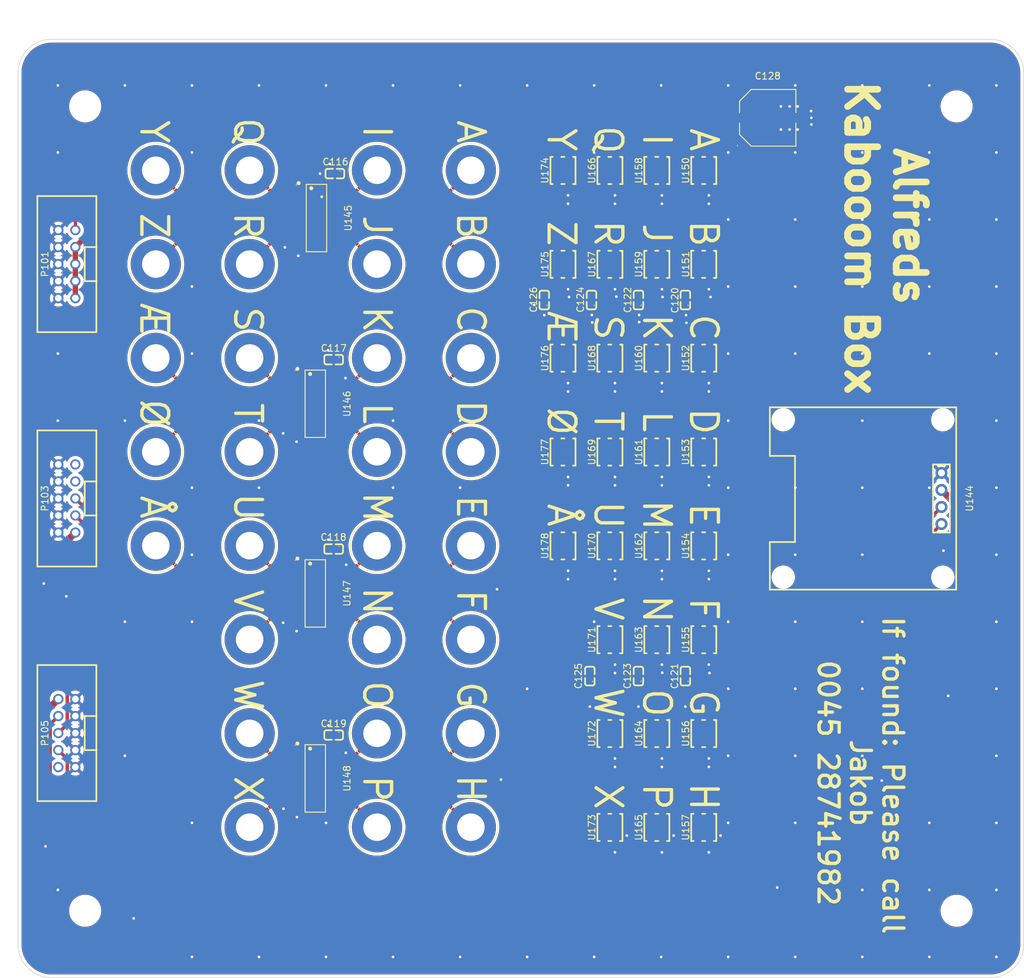
<source format=kicad_pcb>
(kicad_pcb (version 20221018) (generator pcbnew)
  (layers (0 "F.Cu" signal) (31 "B.Cu" signal) (34 "B.Paste" user) (35 "F.Paste" user) (36 "B.SilkS" user "B.Silkscreen") (37 "F.SilkS" user "F.Silkscreen") (38 "B.Mask" user) (39 "F.Mask" user) (44 "Edge.Cuts" user))
  (net 0 "")
  (net 1 "Board_0-/I2C1_SDA_LID")
  (net 2 "Board_0-/I2C_SCL_LID")
  (net 3 "Board_0-/SPI0_CSn_LID")
  (net 4 "Board_0-/SPI0_RX_LID")
  (net 5 "Board_0-/SPI0_SCK_LID")
  (net 6 "Board_0-/SPI0_TX_LID")
  (net 7 "Board_0-/Top/+3.3V_OLED")
  (net 8 "Board_0-/Top/+3.3V_SHIFT")
  (net 9 "Board_0-/Top/GND")
  (net 10 "Board_0-/Top/LED_DATA_IN")
  (net 11 "Board_0-/Top/LEDs Sheet1/LED_DATA_OUT")
  (net 12 "Board_0-/Top/Shift_Parallel_to_Serial/J130")
  (net 13 "Board_0-/Top/Shift_Parallel_to_Serial/J131")
  (net 14 "Board_0-/Top/Shift_Parallel_to_Serial/J132")
  (net 15 "Board_0-/Top/Shift_Parallel_to_Serial/J133")
  (net 16 "Board_0-/Top/Shift_Parallel_to_Serial/J134")
  (net 17 "Board_0-/Top/Shift_Parallel_to_Serial/J135")
  (net 18 "Board_0-/Top/Shift_Parallel_to_Serial/J136")
  (net 19 "Board_0-/Top/Shift_Parallel_to_Serial/J137")
  (net 20 "Board_0-/Top/Shift_Parallel_to_Serial/J138")
  (net 21 "Board_0-/Top/Shift_Parallel_to_Serial/J139")
  (net 22 "Board_0-/Top/Shift_Parallel_to_Serial/J140")
  (net 23 "Board_0-/Top/Shift_Parallel_to_Serial/J141")
  (net 24 "Board_0-/Top/Shift_Parallel_to_Serial/J142")
  (net 25 "Board_0-/Top/Shift_Parallel_to_Serial/J143")
  (net 26 "Board_0-/Top/Shift_Parallel_to_Serial/J144")
  (net 27 "Board_0-/Top/Shift_Parallel_to_Serial/J145")
  (net 28 "Board_0-/Top/Shift_Parallel_to_Serial/J146")
  (net 29 "Board_0-/Top/Shift_Parallel_to_Serial/J147")
  (net 30 "Board_0-/Top/Shift_Parallel_to_Serial/J148")
  (net 31 "Board_0-/Top/Shift_Parallel_to_Serial/J149")
  (net 32 "Board_0-/Top/Shift_Parallel_to_Serial/J150")
  (net 33 "Board_0-/Top/Shift_Parallel_to_Serial/J151")
  (net 34 "Board_0-/Top/Shift_Parallel_to_Serial/J152")
  (net 35 "Board_0-/Top/Shift_Parallel_to_Serial/J153")
  (net 36 "Board_0-/Top/Shift_Parallel_to_Serial/J154")
  (net 37 "Board_0-/Top/Shift_Parallel_to_Serial/J155")
  (net 38 "Board_0-/Top/Shift_Parallel_to_Serial/J156")
  (net 39 "Board_0-/Top/Shift_Parallel_to_Serial/J157")
  (net 40 "Board_0-/Top/Shift_Parallel_to_Serial/J158")
  (net 41 "Board_0-/Top/Shift_Parallel_to_Serial/J159")
  (net 42 "Board_0-/Top/Shift_Parallel_to_Serial/J160")
  (net 43 "Board_0-/Top/Shift_Parallel_to_Serial/J161")
  (net 44 "Board_0-/Top/Shift_Parallel_to_Serial/SER_IN_1")
  (net 45 "Board_0-/Top/Shift_Parallel_to_Serial/SER_IN_2")
  (net 46 "Board_0-/Top/Shift_Parallel_to_Serial/SER_IN_3")
  (net 47 "Board_0-/Top/VDD")
  (net 48 "Board_0-Net-(U150-DO)")
  (net 49 "Board_0-Net-(U151-DO)")
  (net 50 "Board_0-Net-(U152-DO)")
  (net 51 "Board_0-Net-(U153-DO)")
  (net 52 "Board_0-Net-(U154-DO)")
  (net 53 "Board_0-Net-(U155-DO)")
  (net 54 "Board_0-Net-(U156-DO)")
  (net 55 "Board_0-Net-(U157-DO)")
  (net 56 "Board_0-Net-(U158-DO)")
  (net 57 "Board_0-Net-(U159-DO)")
  (net 58 "Board_0-Net-(U160-DO)")
  (net 59 "Board_0-Net-(U161-DO)")
  (net 60 "Board_0-Net-(U162-DO)")
  (net 61 "Board_0-Net-(U163-DO)")
  (net 62 "Board_0-Net-(U164-DO)")
  (net 63 "Board_0-Net-(U165-DO)")
  (net 64 "Board_0-Net-(U166-DO)")
  (net 65 "Board_0-Net-(U167-DO)")
  (net 66 "Board_0-Net-(U168-DO)")
  (net 67 "Board_0-Net-(U169-DO)")
  (net 68 "Board_0-Net-(U170-DO)")
  (net 69 "Board_0-Net-(U171-DO)")
  (net 70 "Board_0-Net-(U172-DO)")
  (net 71 "Board_0-Net-(U173-DO)")
  (net 72 "Board_0-Net-(U174-DO)")
  (net 73 "Board_0-Net-(U175-DO)")
  (net 74 "Board_0-Net-(U176-DO)")
  (net 75 "Board_0-Net-(U177-DO)")
  (net 76 "Board_0-unconnected-(P103-Pad7)")
  (net 77 "Board_0-unconnected-(P103-Pad9)")
  (net 78 "Board_0-unconnected-(U145-Q7#-Pad7)")
  (net 79 "Board_0-unconnected-(U146-Q7#-Pad7)")
  (net 80 "Board_0-unconnected-(U147-Q7#-Pad7)")
  (net 81 "Board_0-unconnected-(U148-DS-Pad10)")
  (net 82 "Board_0-unconnected-(U148-Q7#-Pad7)")
  (footprint "Kaboom_box:2mm testlead, screw-clamp" (layer "F.Cu") (at 202.535501 123.535534 -90)
    (fp_text reference "J136" hide)
    (fp_text value "2mm_clamp")
  )
  (footprint "footprint:LED-SMD_4P-L3.7-W3.5-P1.75-BR-SK6812MINI" (layer "F.Cu") (at 216.260533 67.535534 90)
    (fp_text reference "U176")
    (fp_text value "WS2812E-MINI-X1")
  )
  (footprint "footprint:LED-SMD_4P-L3.7-W3.5-P1.75-BR-SK6812MINI" (layer "F.Cu") (at 216.260533 39.535534 90)
    (fp_text reference "U174")
    (fp_text value "WS2812E-MINI-X1")
  )
  (footprint "footprint:LED-SMD_4P-L3.7-W3.5-P1.75-BR-SK6812MINI" (layer "F.Cu") (at 237.260533 81.535534 90)
    (fp_text reference "U153")
    (fp_text value "WS2812E-MINI-X1")
  )
  (footprint "footprint:C0603" (layer "F.Cu") (at 182.239445 40.035534 180)
    (fp_text reference "C116")
    (fp_text value "CC0603KRX7R9BB104")
  )
  (footprint "footprint:LED-SMD_4P-L3.7-W3.5-P1.75-BR-SK6812MINI" (layer "F.Cu") (at 230.260533 95.535534 90)
    (fp_text reference "U162")
    (fp_text value "WS2812E-MINI-X1")
  )
  (footprint "Kaboom_box:2mm testlead, screw-clamp" (layer "F.Cu") (at 202.535501 137.535534 -90)
    (fp_text reference "J137" hide)
    (fp_text value "2mm_clamp")
  )
  (footprint "footprint:LED-SMD_4P-L3.7-W3.5-P1.75-BR-SK6812MINI" (layer "F.Cu") (at 230.260533 109.535534 90)
    (fp_text reference "U163")
    (fp_text value "WS2812E-MINI-X1")
  )
  (footprint "Kaboom_box:2mm testlead, screw-clamp" (layer "F.Cu") (at 202.535501 109.535534 -90)
    (fp_text reference "J135" hide)
    (fp_text value "2mm_clamp")
  )
  (footprint "Kaboom_box:2mm testlead, screw-clamp" (layer "F.Cu") (at 155.535501 53.535534 -90)
    (fp_text reference "J155" hide)
    (fp_text value "2mm_clamp")
  )
  (footprint "footprint:IDC-TH_10P-P2.54_C5665" (layer "F.Cu") (at 142.265498 53.535534 90)
    (fp_text reference "P101")
    (fp_text value "HDR-IDC-2_54-2X5P")
  )
  (footprint "footprint:OLED-TH_L27.8-W27.2-P2.54_C9900033791" (layer "F.Cu") (at 272.736035 88.495529 -90)
    (fp_text reference "U144")
    (fp_text value "HS96L03W2C03")
  )
  (footprint "Kaboom_box:2mm testlead, screw-clamp" (layer "F.Cu") (at 188.535501 53.535534 -90)
    (fp_text reference "J139" hide)
    (fp_text value "2mm_clamp")
  )
  (footprint "Kaboom_box:2mm testlead, screw-clamp" (layer "F.Cu") (at 155.535501 39.535534 -90)
    (fp_text reference "J154" hide)
    (fp_text value "2mm_clamp")
  )
  (footprint "Kaboom_box:2mm testlead, screw-clamp" (layer "F.Cu") (at 188.535501 39.535534 -90)
    (fp_text reference "J138" hide)
    (fp_text value "2mm_clamp")
  )
  (footprint "footprint:LED-SMD_4P-L3.7-W3.5-P1.75-BR-SK6812MINI" (layer "F.Cu") (at 223.260533 137.535534 90)
    (fp_text reference "U173")
    (fp_text value "WS2812E-MINI-X1")
  )
  (footprint "footprint:LED-SMD_4P-L3.7-W3.5-P1.75-BR-SK6812MINI" (layer "F.Cu") (at 223.260533 81.535534 90)
    (fp_text reference "U169")
    (fp_text value "WS2812E-MINI-X1")
  )
  (footprint "footprint:LED-SMD_4P-L3.7-W3.5-P1.75-BR-SK6812MINI" (layer "F.Cu") (at 230.260533 53.535534 90)
    (fp_text reference "U159")
    (fp_text value "WS2812E-MINI-X1")
  )
  (footprint "footprint:CAP-SMD_BD8.0-L8.3-W8.3-FD" (layer "F.Cu") (at 246.818292 31.710534)
    (fp_text reference "C128")
    (fp_text value "RVT0J102M0810")
  )
  (footprint "footprint:LED-SMD_4P-L3.7-W3.5-P1.75-BR-SK6812MINI" (layer "F.Cu") (at 237.260533 109.535534 90)
    (fp_text reference "U155")
    (fp_text value "WS2812E-MINI-X1")
  )
  (footprint "footprint:C0603" (layer "F.Cu") (at 234.535501 58.885534 90)
    (fp_text reference "C120")
    (fp_text value "CC0603KRX7R9BB104")
  )
  (footprint "footprint:C0603" (layer "F.Cu") (at 227.535501 58.885534 90)
    (fp_text reference "C122")
    (fp_text value "CC0603KRX7R9BB104")
  )
  (footprint "footprint:C0603" (layer "F.Cu") (at 220.535501 58.885534 90)
    (fp_text reference "C124")
    (fp_text value "CC0603KRX7R9BB104")
  )
  (footprint "Kaboom_box:2mm testlead, screw-clamp" (layer "F.Cu") (at 155.535501 67.535534 -90)
    (fp_text reference "J156" hide)
    (fp_text value "2mm_clamp")
  )
  (footprint "MountingHole:MountingHole_4.3mm_M4" (layer "F.Cu") (at 144.999967 150 90)
    (fp_text reference "H108" hide)
    (fp_text value "MountingHole")
  )
  (footprint "PCM_kikit:Board" (layer "F.Cu") (at 141.835501 19.985534)
    (fp_text reference "B102")
    (fp_text value "Board")
  )
  (footprint "Kaboom_box:2mm testlead, screw-clamp" (layer "F.Cu") (at 202.535501 53.535534 -90)
    (fp_text reference "J131" hide)
    (fp_text value "2mm_clamp")
  )
  (footprint "footprint:C0603" (layer "F.Cu") (at 234.535501 114.985534 90)
    (fp_text reference "C121")
    (fp_text value "CC0603KRX7R9BB104")
  )
  (footprint "footprint:LED-SMD_4P-L3.7-W3.5-P1.75-BR-SK6812MINI" (layer "F.Cu") (at 237.260533 53.535534 90)
    (fp_text reference "U151")
    (fp_text value "WS2812E-MINI-X1")
  )
  (footprint "footprint:LED-SMD_4P-L3.7-W3.5-P1.75-BR-SK6812MINI" (layer "F.Cu") (at 230.260533 123.535534 90)
    (fp_text reference "U164")
    (fp_text value "WS2812E-MINI-X1")
  )
  (footprint "footprint:LED-SMD_4P-L3.7-W3.5-P1.75-BR-SK6812MINI" (layer "F.Cu") (at 216.260533 81.535534 90)
    (fp_text reference "U177")
    (fp_text value "WS2812E-MINI-X1")
  )
  (footprint "Kaboom_box:2mm testlead, screw-clamp" (layer "F.Cu") (at 202.535501 67.535534 -90)
    (fp_text reference "J132" hide)
    (fp_text value "2mm_clamp")
  )
  (footprint "footprint:LED-SMD_4P-L3.7-W3.5-P1.75-BR-SK6812MINI" (layer "F.Cu") (at 230.260533 39.535534 90)
    (fp_text reference "U158")
    (fp_text value "WS2812E-MINI-X1")
  )
  (footprint "Kaboom_box:2mm testlead, screw-clamp" (layer "F.Cu") (at 169.535501 109.535534 -90)
    (fp_text reference "J151" hide)
    (fp_text value "2mm_clamp")
  )
  (footprint "Kaboom_box:2mm testlead, screw-clamp" (layer "F.Cu") (at 169.535501 95.535534 -90)
    (fp_text reference "J150" hide)
    (fp_text value "2mm_clamp")
  )
  (footprint "footprint:SOIC-16_L9.9-W3.9-P1.27-LS6.0-BL" (layer "F.Cu") (at 179.324954 130.25789 -90)
    (fp_text reference "U148")
    (fp_text value "74HC165D,653")
  )
  (footprint "footprint:LED-SMD_4P-L3.7-W3.5-P1.75-BR-SK6812MINI" (layer "F.Cu") (at 223.260533 95.535534 90)
    (fp_text reference "U170")
    (fp_text value "WS2812E-MINI-X1")
  )
  (footprint "Kaboom_box:2mm testlead, screw-clamp" (layer "F.Cu") (at 188.535501 123.535534 -90)
    (fp_text reference "J144" hide)
    (fp_text value "2mm_clamp")
  )
  (footprint "Kaboom_box:2mm testlead, screw-clamp" (layer "F.Cu") (at 155.535501 81.535534 -90)
    (fp_text reference "J157" hide)
    (fp_text value "2mm_clamp")
  )
  (footprint "Kaboom_box:2mm testlead, screw-clamp" (layer "F.Cu") (at 169.535501 53.535534 -90)
    (fp_text reference "J147" hide)
    (fp_text value "2mm_clamp")
  )
  (footprint "footprint:LED-SMD_4P-L3.7-W3.5-P1.75-BR-SK6812MINI" (layer "F.Cu") (at 223.260533 67.535534 90)
    (fp_text reference "U168")
    (fp_text value "WS2812E-MINI-X1")
  )
  (footprint "Kaboom_box:2mm testlead, screw-clamp" (layer "F.Cu") (at 169.535501 123.535534 -90)
    (fp_text reference "J152" hide)
    (fp_text value "2mm_clamp")
  )
  (footprint "footprint:IDC-TH_10P-P2.54_C5665" (layer "F.Cu") (at 142.265498 88.495529 90)
    (fp_text reference "P103")
    (fp_text value "HDR-IDC-2_54-2X5P")
  )
  (footprint "Kaboom_box:2mm testlead, screw-clamp" (layer "F.Cu") (at 188.535501 137.535534 -90)
    (fp_text reference "J145" hide)
    (fp_text value "2mm_clamp")
  )
  (footprint "Kaboom_box:2mm testlead, screw-clamp" (layer "F.Cu") (at 188.535501 109.535534 -90)
    (fp_text reference "J143" hide)
    (fp_text value "2mm_clamp")
  )
  (footprint "Kaboom_box:2mm testlead, screw-clamp" (layer "F.Cu") (at 169.535501 67.535534 -90)
    (fp_text reference "J148" hide)
    (fp_text value "2mm_clamp")
  )
  (footprint "footprint:LED-SMD_4P-L3.7-W3.5-P1.75-BR-SK6812MINI" (layer "F.Cu") (at 223.260533 53.535534 90)
    (fp_text reference "U167")
    (fp_text value "WS2812E-MINI-X1")
  )
  (footprint "footprint:C0603" (layer "F.Cu") (at 220.285501 114.985534 90)
    (fp_text reference "C125")
    (fp_text value "CC0603KRX7R9BB104")
  )
  (footprint "footprint:LED-SMD_4P-L3.7-W3.5-P1.75-BR-SK6812MINI" (layer "F.Cu") (at 237.260533 123.535534 90)
    (fp_text reference "U156")
    (fp_text value "WS2812E-MINI-X1")
  )
  (footprint "footprint:LED-SMD_4P-L3.7-W3.5-P1.75-BR-SK6812MINI" (layer "F.Cu") (at 230.260533 67.535534 90)
    (fp_text reference "U160")
    (fp_text value "WS2812E-MINI-X1")
  )
  (footprint "footprint:C0603" (layer "F.Cu") (at 182.060539 67.785534 180)
    (fp_text reference "C117")
    (fp_text value "CC0603KRX7R9BB104")
  )
  (footprint "Kaboom_box:2mm testlead, screw-clamp" (layer "F.Cu") (at 188.535501 95.535534 -90)
    (fp_text reference "J142" hide)
    (fp_text value "2mm_clamp")
  )
  (footprint "footprint:C0603" (layer "F.Cu") (at 182.060539 123.785534 180)
    (fp_text reference "C119")
    (fp_text value "CC0603KRX7R9BB104")
  )
  (footprint "footprint:LED-SMD_4P-L3.7-W3.5-P1.75-BR-SK6812MINI" (layer "F.Cu") (at 230.260533 81.535534 90)
    (fp_text reference "U161")
    (fp_text value "WS2812E-MINI-X1")
  )
  (footprint "Kaboom_box:2mm testlead, screw-clamp" (layer "F.Cu") (at 169.535501 81.535534 -90)
    (fp_text reference "J149" hide)
    (fp_text value "2mm_clamp")
  )
  (footprint "footprint:LED-SMD_4P-L3.7-W3.5-P1.75-BR-SK6812MINI" (layer "F.Cu") (at 216.260533 95.535534 90)
    (fp_text reference "U178")
    (fp_text value "WS2812E-MINI-X1")
  )
  (footprint "footprint:C0603" (layer "F.Cu") (at 213.485501 58.885534 90)
    (fp_text reference "C126")
    (fp_text value "CC0603KRX7R9BB104")
  )
  (footprint "footprint:C0603" (layer "F.Cu") (at 182.060539 96.035534 180)
    (fp_text reference "C118")
    (fp_text value "CC0603KRX7R9BB104")
  )
  (footprint "footprint:LED-SMD_4P-L3.7-W3.5-P1.75-BR-SK6812MINI" (layer "F.Cu") (at 237.260533 67.535534 90)
    (fp_text reference "U152")
    (fp_text value "WS2812E-MINI-X1")
  )
  (footprint "footprint:LED-SMD_4P-L3.7-W3.5-P1.75-BR-SK6812MINI" (layer "F.Cu") (at 216.260533 53.535534 90)
    (fp_text reference "U175")
    (fp_text value "WS2812E-MINI-X1")
  )
  (footprint "Kaboom_box:2mm testlead, screw-clamp" (layer "F.Cu") (at 169.535501 39.535534 -90)
    (fp_text reference "J146" hide)
    (fp_text value "2mm_clamp")
  )
  (footprint "footprint:LED-SMD_4P-L3.7-W3.5-P1.75-BR-SK6812MINI" (layer "F.Cu") (at 237.260533 95.535534 90)
    (fp_text reference "U154")
    (fp_text value "WS2812E-MINI-X1")
  )
  (footprint "Kaboom_box:2mm testlead, screw-clamp" (layer "F.Cu") (at 188.535501 81.535534 -90)
    (fp_text reference "J141" hide)
    (fp_text value "2mm_clamp")
  )
  (footprint "Kaboom_box:2mm testlead, screw-clamp" (layer "F.Cu") (at 169.535501 137.535534 -90)
    (fp_text reference "J153" hide)
    (fp_text value "2mm_clamp")
  )
  (footprint "MountingHole:MountingHole_4.3mm_M4" (layer "F.Cu") (at 274.999967 30 90)
    (fp_text reference "H105" hide)
    (fp_text value "MountingHole")
  )
  (footprint "Kaboom_box:2mm testlead, screw-clamp" (layer "F.Cu") (at 202.535501 39.535534 -90)
    (fp_text reference "J130" hide)
    (fp_text value "2mm_clamp")
  )
  (footprint "footprint:SOIC-16_L9.9-W3.9-P1.27-LS6.0-BL" (layer "F.Cu") (at 179.50386 46.662601 -90)
    (fp_text reference "U145")
    (fp_text value "74HC165D,653")
  )
  (footprint "footprint:C0603" (layer "F.Cu") (at 227.535501 114.985534 90)
    (fp_text reference "C123")
    (fp_text value "CC0603KRX7R9BB104")
  )
  (footprint "Kaboom_box:2mm testlead, screw-clamp" (layer "F.Cu") (at 155.535501 95.535534 -90)
    (fp_text reference "J158" hide)
    (fp_text value "2mm_clamp")
  )
  (footprint "footprint:LED-SMD_4P-L3.7-W3.5-P1.75-BR-SK6812MINI" (layer "F.Cu") (at 223.260533 39.535534 90)
    (fp_text reference "U166")
    (fp_text value "WS2812E-MINI-X1")
  )
  (footprint "Kaboom_box:2mm testlead, screw-clamp" (layer "F.Cu") (at 188.535501 67.535534 -90)
    (fp_text reference "J140" hide)
    (fp_text value "2mm_clamp")
  )
  (footprint "footprint:LED-SMD_4P-L3.7-W3.5-P1.75-BR-SK6812MINI" (layer "F.Cu") (at 230.260533 137.535534 90)
    (fp_text reference "U165")
    (fp_text value "WS2812E-MINI-X1")
  )
  (footprint "footprint:IDC-TH_10P-P2.54_C5665" (layer "F.Cu") (at 142.265498 123.495528 90)
    (fp_text reference "P105")
    (fp_text value "HDR-IDC-2_54-2X5P")
  )
  (footprint "Kaboom_box:2mm testlead, screw-clamp" (layer "F.Cu") (at 202.535501 81.535534 -90)
    (fp_text reference "J133" hide)
    (fp_text value "2mm_clamp")
  )
  (footprint "footprint:LED-SMD_4P-L3.7-W3.5-P1.75-BR-SK6812MINI" (layer "F.Cu") (at 223.260533 123.535534 90)
    (fp_text reference "U172")
    (fp_text value "WS2812E-MINI-X1")
  )
  (footprint "footprint:SOIC-16_L9.9-W3.9-P1.27-LS6.0-BL" (layer "F.Cu") (at 179.324954 102.662601 -90)
    (fp_text reference "U147")
    (fp_text value "74HC165D,653")
  )
  (footprint "footprint:LED-SMD_4P-L3.7-W3.5-P1.75-BR-SK6812MINI" (layer "F.Cu") (at 223.260533 109.535534 90)
    (fp_text reference "U171")
    (fp_text value "WS2812E-MINI-X1")
  )
  (footprint "footprint:SOIC-16_L9.9-W3.9-P1.27-LS6.0-BL" (layer "F.Cu") (at 179.324954 74.370792 -90)
    (fp_text reference "U146")
    (fp_text value "74HC165D,653")
  )
  (footprint "footprint:LED-SMD_4P-L3.7-W3.5-P1.75-BR-SK6812MINI" (layer "F.Cu") (at 237.260533 137.535534 90)
    (fp_text reference "U157")
    (fp_text value "WS2812E-MINI-X1")
  )
  (footprint "MountingHole:MountingHole_4.3mm_M4" (layer "F.Cu") (at 144.999967 30 90)
    (fp_text reference "H106" hide)
    (fp_text value "MountingHole")
  )
  (footprint "MountingHole:MountingHole_4.3mm_M4" (layer "F.Cu") (at 274.999967 150 90)
    (fp_text reference "H107" hide)
    (fp_text value "MountingHole")
  )
  (footprint "Kaboom_box:2mm testlead, screw-clamp" (layer "F.Cu") (at 202.535501 95.535534 -90)
    (fp_text reference "J134" hide)
    (fp_text value "2mm_clamp")
  )
  (footprint "footprint:LED-SMD_4P-L3.7-W3.5-P1.75-BR-SK6812MINI" (layer "F.Cu") (at 237.260533 39.535534 90)
    (fp_text reference "U150")
    (fp_text value "WS2812E-MINI-X1")
  )
  (gr_line (start 280.253213 159.993584) (end 279.999967 159.999999) (stroke (width 0.1)) (layer "Edge.Cuts"))
  (gr_arc (start 279.999967 20) (mid 283.345651 21.284261) (end 284.99318 24.738318) (stroke (width 0.1)) (layer "Edge.Cuts"))
  (gr_arc (start 284.999967 155) (mid 283.623941 158.444844) (end 280.253213 159.993584) (stroke (width 0.1)) (layer "Edge.Cuts"))
  (gr_arc (start 134.999967 25) (mid 136.284253 21.654356) (end 139.738287 20.006854) (stroke (width 0.1)) (layer "Edge.Cuts"))
  (gr_line (start 135.000035 155) (end 134.999967 25) (stroke (width 0.1)) (layer "Edge.Cuts"))
  (gr_line (start 279.999967 159.999999) (end 139.999967 160) (stroke (width 0.1)) (layer "Edge.Cuts"))
  (gr_line (start 284.99318 24.738318) (end 285.000034 24.999999) (stroke (width 0.1)) (layer "Edge.Cuts"))
  (gr_line (start 285.000034 24.999999) (end 284.999967 155) (stroke (width 0.1)) (layer "Edge.Cuts"))
  (gr_line (start 135.006885 155.261678) (end 135.000035 155) (stroke (width 0.1)) (layer "Edge.Cuts"))
  (gr_line (start 139.999967 20) (end 279.999967 20) (stroke (width 0.1)) (layer "Edge.Cuts"))
  (gr_line (start 139.738287 20.006854) (end 139.999967 20) (stroke (width 0.1)) (layer "Edge.Cuts"))
  (gr_line (start 279.999967 20) (end 279.999967 20) (stroke (width 0.1)) (layer "Edge.Cuts"))
  (gr_arc (start 139.999967 160) (mid 136.654345 158.71571) (end 135.006885 155.261678) (stroke (width 0.1)) (layer "Edge.Cuts"))
  (gr_text "A" (at 237.285501 34.985534 -90) (layer "F.SilkS") (effects (font (size 4 4) (thickness 0.5) bold)))
  (gr_text "L" (at 230.285501 76.985534 -90) (layer "F.SilkS") (effects (font (size 4 4) (thickness 0.5) bold)))
  (gr_text "E" (at 237.285501 90.985534 -90) (layer "F.SilkS") (effects (font (size 4 4) (thickness 0.5) bold)))
  (gr_text "Z" (at 216.035501 48.985534 -90) (layer "F.SilkS") (effects (font (size 4 4) (thickness 0.5) bold)))
  (gr_text "Q" (at 223.035501 34.985534 -90) (layer "F.SilkS") (effects (font (size 4 4) (thickness 0.5) bold)))
  (gr_text "K" (at 188.535501 61.785534 -90) (layer "F.SilkS") (effects (font (size 4 4) (thickness 0.5) bold)))
  (gr_text "H" (at 237.285501 132.985534 -90) (layer "F.SilkS") (effects (font (size 4 4) (thickness 0.5) bold)))
  (gr_text "Ø" (at 216.035501 76.985534 -90) (layer "F.SilkS") (effects (font (size 4 4) (thickness 0.5) bold)))
  (gr_text "X" (at 223.035501 132.985534 -90) (layer "F.SilkS") (effects (font (size 4 4) (thickness 0.5) bold)))
  (gr_text "W" (at 223.035501 118.985534 -90) (layer "F.SilkS") (effects (font (size 4 4) (thickness 0.5) bold)))
  (gr_text "C" (at 237.285501 62.985534 -90) (layer "F.SilkS") (effects (font (size 4 4) (thickness 0.5) bold)))
  (gr_text "F" (at 237.285501 104.985534 -90) (layer "F.SilkS") (effects (font (size 4 4) (thickness 0.5) bold)))
  (gr_text "G" (at 237.285501 118.985534 -90) (layer "F.SilkS") (effects (font (size 4 4) (thickness 0.5) bold)))
  (gr_text "X" (at 169.285501 131.785534 -90) (layer "F.SilkS") (effects (font (size 4 4) (thickness 0.5) bold)))
  (gr_text "I" (at 188.535501 33.785534 -90) (layer "F.SilkS") (effects (font (size 4 4) (thickness 0.5) bold)))
  (gr_text "S" (at 169.285501 61.785534 -90) (layer "F.SilkS") (effects (font (size 4 4) (thickness 0.5) bold)))
  (gr_text "J" (at 230.285501 48.985534 -90) (layer "F.SilkS") (effects (font (size 4 4) (thickness 0.5) bold)))
  (gr_text "Å" (at 216.035501 90.985534 -90) (layer "F.SilkS") (effects (font (size 4 4) (thickness 0.5) bold)))
  (gr_text "Æ" (at 155.285501 61.785534 -90) (layer "F.SilkS") (effects (font (size 4 4) (thickness 0.5) bold)))
  (gr_text "K" (at 230.285501 62.985534 -90) (layer "F.SilkS") (effects (font (size 4 4) (thickness 0.5) bold)))
  (gr_text "I" (at 230.285501 34.985534 -90) (layer "F.SilkS") (effects (font (size 4 4) (thickness 0.5) bold)))
  (gr_text "F" (at 202.535501 103.785534 -90) (layer "F.SilkS") (effects (font (size 4 4) (thickness 0.5) bold)))
  (gr_text "Y" (at 216.035501 34.985534 -90) (layer "F.SilkS") (effects (font (size 4 4) (thickness 0.5) bold)))
  (gr_text "M" (at 230.285501 90.985534 -90) (layer "F.SilkS") (effects (font (size 4 4) (thickness 0.5) bold)))
  (gr_text "P" (at 188.535501 131.785534 -90) (layer "F.SilkS") (effects (font (size 4 4) (thickness 0.5) bold)))
  (gr_text "S" (at 223.035501 62.985534 -90) (layer "F.SilkS") (effects (font (size 4 4) (thickness 0.5) bold)))
  (gr_text "If found: Please call \nJakob\n0045 28741982" (at 254.085501 130.935534 -90) (layer "F.SilkS") (effects (font (size 3 3) (thickness 0.5) bold) (justify bottom)))
  (gr_text "Alfreds \nKabooom Box" (at 264.385501 49.635534 -90) (layer "F.SilkS") (effects (font (size 4.5 4.5) (thickness 1) bold)))
  (gr_text "V" (at 223.035501 104.985534 -90) (layer "F.SilkS") (effects (font (size 4 4) (thickness 0.5) bold)))
  (gr_text "U" (at 223.035501 90.985534 -90) (layer "F.SilkS") (effects (font (size 4 4) (thickness 0.5) bold)))
  (gr_text "O" (at 188.535501 117.785534 -90) (layer "F.SilkS") (effects (font (size 4 4) (thickness 0.5) bold)))
  (gr_text "A" (at 202.535501 33.785534 -90) (layer "F.SilkS") (effects (font (size 4 4) (thickness 0.5) bold)))
  (gr_text "T" (at 169.285501 75.785534 -90) (layer "F.SilkS") (effects (font (size 4 4) (thickness 0.5) bold)))
  (gr_text "M" (at 188.535501 89.785534 -90) (layer "F.SilkS") (effects (font (size 4 4) (thickness 0.5) bold)))
  (gr_text "U" (at 169.285501 89.785534 -90) (layer "F.SilkS") (effects (font (size 4 4) (thickness 0.5) bold)))
  (gr_text "R" (at 223.035501 48.985534 -90) (layer "F.SilkS") (effects (font (size 4 4) (thickness 0.5) bold)))
  (gr_text "N" (at 188.535501 103.785534 -90) (layer "F.SilkS") (effects (font (size 4 4) (thickness 0.5) bold)))
  (gr_text "Å" (at 155.285501 89.785534 -90) (layer "F.SilkS") (effects (font (size 4 4) (thickness 0.5) bold)))
  (gr_text "B" (at 202.535501 47.785534 -90) (layer "F.SilkS") (effects (font (size 4 4) (thickness 0.5) bold)))
  (gr_text "Q" (at 169.285501 33.785534 -90) (layer "F.SilkS") (effects (font (size 4 4) (thickness 0.5) bold)))
  (gr_text "B" (at 237.285501 48.985534 -90) (layer "F.SilkS") (effects (font (size 4 4) (thickness 0.5) bold)))
  (gr_text "L" (at 188.535501 75.785534 -90) (layer "F.SilkS") (effects (font (size 4 4) (thickness 0.5) bold)))
  (gr_text "R" (at 169.285501 47.785534 -90) (layer "F.SilkS") (effects (font (size 4 4) (thickness 0.5) bold)))
  (gr_text "C" (at 202.535501 61.785534 -90) (layer "F.SilkS") (effects (font (size 4 4) (thickness 0.5) bold)))
  (gr_text "Æ" (at 216.035501 62.985534 -90) (layer "F.SilkS") (effects (font (size 4 4) (thickness 0.5) bold)))
  (gr_text "O" (at 230.285501 118.985534 -90) (layer "F.SilkS") (effects (font (size 4 4) (thickness 0.5) bold)))
  (gr_text "Z" (at 155.285501 47.785534 -90) (layer "F.SilkS") (effects (font (size 4 4) (thickness 0.5) bold)))
  (gr_text "Y" (at 155.285501 33.785534 -90) (layer "F.SilkS") (effects (font (size 4 4) (thickness 0.5) bold)))
  (gr_text "J" (at 188.535501 47.785534 -90) (layer "F.SilkS") (effects (font (size 4 4) (thickness 0.5) bold)))
  (gr_text "Ø" (at 155.285501 75.785534 -90) (layer "F.SilkS") (effects (font (size 4 4) (thickness 0.5) bold)))
  (gr_text "D" (at 237.285501 76.985534 -90) (layer "F.SilkS") (effects (font (size 4 4) (thickness 0.5) bold)))
  (gr_text "P" (at 230.285501 132.985534 -90) (layer "F.SilkS") (effects (font (size 4 4) (thickness 0.5) bold)))
  (gr_text "H" (at 202.535501 131.785534 -90) (layer "F.SilkS") (effects (font (size 4 4) (thickness 0.5) bold)))
  (gr_text "G" (at 202.535501 117.785534 -90) (layer "F.SilkS") (effects (font (size 4 4) (thickness 0.5) bold)))
  (gr_text "W" (at 169.285501 117.785534 -90) (layer "F.SilkS") (effects (font (size 4 4) (thickness 0.5) bold)))
  (gr_text "E" (at 202.535501 89.785534 -90) (layer "F.SilkS") (effects (font (size 4 4) (thickness 0.5) bold)))
  (gr_text "T" (at 223.035501 76.985534 -90) (layer "F.SilkS") (effects (font (size 4 4) (thickness 0.5) bold)))
  (gr_text "V" (at 169.285501 103.785534 -90) (layer "F.SilkS") (effects (font (size 4 4) (thickness 0.5) bold)))
  (gr_text "D" (at 202.535501 75.785534 -90) (layer "F.SilkS") (effects (font (size 4 4) (thickness 0.5) bold)))
  (gr_text "N" (at 230.285501 104.985534 -90) (layer "F.SilkS") (effects (font (size 4 4) (thickness 0.5) bold)))
  (segment (start 146.035501 93.535534) (end 143.535501 91.035534) (width 0.5) (layer "F.Cu") (net 1))
  (segment (start 271.735501 105.285534) (end 271.735501 120.325484) (width 0.5) (layer "F.Cu") (net 1))
  (segment (start 271.735501 120.325484) (end 243.275451 148.785534) (width 0.5) (layer "F.Cu") (net 1))
  (segment (start 270.035501 95.006071) (end 270.035501 103.585534) (width 0.5) (layer "F.Cu") (net 1))
  (segment (start 272.736035 92.305537) (end 270.035501 95.006071) (width 0.5) (layer "F.Cu") (net 1))
  (segment (start 243.275451 148.785534) (end 152.540527 148.785534) (width 0.5) (layer "F.Cu") (net 1))
  (segment (start 137.183494 133.428501) (end 137.183494 106.387541) (width 0.5) (layer "F.Cu") (net 1))
  (segment (start 146.035501 97.535534) (end 146.035501 93.535534) (width 0.5) (layer "F.Cu") (net 1))
  (segment (start 270.035501 103.585534) (end 271.735501 105.285534) (width 0.5) (layer "F.Cu") (net 1))
  (segment (start 137.183494 106.387541) (end 146.035501 97.535534) (width 0.5) (layer "F.Cu") (net 1))
  (segment (start 152.540527 148.785534) (end 137.183494 133.428501) (width 0.5) (layer "F.Cu") (net 1))
  (segment (start 147.035501 91.995529) (end 143.535501 88.495529) (width 0.5) (layer "F.Cu") (net 2))
  (segment (start 137.883494 133.138551) (end 137.883494 109.187541) (width 0.5) (layer "F.Cu") (net 2))
  (segment (start 137.883494 109.187541) (end 147.035501 100.035534) (width 0.5) (layer "F.Cu") (net 2))
  (segment (start 271.035501 106.335534) (end 271.035501 120.035534) (width 0.5) (layer "F.Cu") (net 2))
  (segment (start 152.830477 148.085534) (end 137.883494 133.138551) (width 0.5) (layer "F.Cu") (net 2))
  (segment (start 271.035501 120.035534) (end 242.985501 148.085534) (width 0.5) (layer "F.Cu") (net 2))
  (segment (start 147.035501 100.035534) (end 147.035501 91.995529) (width 0.5) (layer "F.Cu") (net 2))
  (segment (start 268.985501 104.285534) (end 271.035501 106.335534) (width 0.5) (layer "F.Cu") (net 2))
  (segment (start 268.985501 93.516066) (end 268.985501 104.285534) (width 0.5) (layer "F.Cu") (net 2))
  (segment (start 272.736035 89.765532) (end 268.985501 93.516066) (width 0.5) (layer "F.Cu") (net 2))
  (segment (start 242.985501 148.085534) (end 152.830477 148.085534) (width 0.5) (layer "F.Cu") (net 2))
  (segment (start 149.785501 58.785534) (end 149.785501 37.535534) (width 0.5) (layer "F.Cu") (net 3))
  (segment (start 152.035501 61.035534) (end 174.285501 61.035534) (width 0.5) (layer "F.Cu") (net 3))
  (segment (start 152.535501 88.785534) (end 149.285501 85.535534) (width 0.5) (layer "F.Cu") (net 3))
  (segment (start 174.285501 116.785534) (end 152.785501 116.785534) (width 0.5) (layer "F.Cu") (net 3))
  (segment (start 149.035501 92.285534) (end 152.535501 88.785534) (width 0.5) (layer "F.Cu") (net 3))
  (segment (start 176.589369 125.812881) (end 176.589369 119.089402) (width 0.5) (layer "F.Cu") (net 3))
  (segment (start 152.535501 88.785534) (end 173.785501 88.785534) (width 0.5) (layer "F.Cu") (net 3))
  (segment (start 176.589369 91.589402) (end 176.589369 98.217592) (width 0.5) (layer "F.Cu") (net 3))
  (segment (start 153.035501 34.285534) (end 173.935501 34.285534) (width 0.5) (layer "F.Cu") (net 3))
  (segment (start 176.589369 63.339402) (end 176.589369 69.925783) (width 0.5) (layer "F.Cu") (net 3))
  (segment (start 176.589369 119.089402) (end 174.285501 116.785534) (width 0.5) (layer "F.Cu") (net 3))
  (segment (start 152.035501 61.035534) (end 149.785501 58.785534) (width 0.5) (layer "F.Cu") (net 3))
  (segment (start 176.768275 37.118308) (end 176.768275 42.217592) (width 0.5) (layer "F.Cu") (net 3))
  (segment (start 149.035501 113.035534) (end 149.035501 92.285534) (width 0.5) (layer "F.Cu") (net 3))
  (segment (start 152.785501 116.785534) (end 149.035501 113.035534) (width 0.5) (layer "F.Cu") (net 3))
  (segment (start 142.3235 117.247535) (end 146.535501 113.035534) (width 0.5) (layer "F.Cu") (net 3))
  (segment (start 173.785501 88.785534) (end 176.589369 91.589402) (width 0.5) (layer "F.Cu") (net 3))
  (segment (start 149.285501 85.535534) (end 149.285501 63.785534) (width 0.5) (layer "F.Cu") (net 3))
  (segment (start 140.995495 123.495528) (end 142.3235 122.167523) (width 0.5) (layer "F.Cu") (net 3))
  (segment (start 174.285501 61.035534) (end 176.589369 63.339402) (width 0.5) (layer "F.Cu") (net 3))
  (segment (start 149.285501 63.785534) (end 152.035501 61.035534) (width 0.5) (layer "F.Cu") (net 3))
  (segment (start 149.785501 37.535534) (end 153.035501 34.285534) (width 0.5) (layer "F.Cu") (net 3))
  (segment (start 146.535501 113.035534) (end 149.035501 113.035534) (width 0.5) (layer "F.Cu") (net 3))
  (segment (start 142.3235 122.167523) (end 142.3235 117.247535) (width 0.5) (layer "F.Cu") (net 3))
  (segment (start 173.935501 34.285534) (end 176.768275 37.118308) (width 0.5) (layer "F.Cu") (net 3))
  (segment (start 182.239445 51.10761) (end 181.213425 51.10761) (width 0.5) (layer "F.Cu") (net 4))
  (segment (start 172.32545 144.235534) (end 153.235501 144.235534) (width 0.5) (layer "F.Cu") (net 4))
  (segment (start 179.215501 53.105534) (end 179.215501 70.975987) (width 0.5) (layer "F.Cu") (net 4))
  (segment (start 179.215501 70.975987) (end 179.235501 70.995987) (width 0.5) (layer "F.Cu") (net 4))
  (segment (start 153.235501 144.235534) (end 139.783494 130.783527) (width 0.5) (layer "F.Cu") (net 4))
  (segment (start 181.213425 51.10761) (end 179.215501 53.105534) (width 0.5) (layer "F.Cu") (net 4))
  (segment (start 179.235501 70.995987) (end 179.235501 137.325483) (width 0.5) (layer "F.Cu") (net 4))
  (segment (start 139.783494 130.783527) (end 139.783494 122.167524) (width 0.5) (layer "F.Cu") (net 4))
  (segment (start 139.783494 122.167524) (end 140.995495 120.955523) (width 0.5) (layer "F.Cu") (net 4))
  (segment (start 179.235501 137.325483) (end 172.32545 144.235534) (width 0.5) (layer "F.Cu") (net 4))
  (segment (start 177.932851 127.082884) (end 178.535501 126.480234) (width 0.5) (layer "F.Cu") (net 5))
  (segment (start 177.937562 99.487595) (end 178.535501 98.889656) (width 0.5) (layer "F.Cu") (net 5))
  (segment (start 178.535501 98.889656) (end 178.535501 71.725534) (width 0.5) (layer "F.Cu") (net 5))
  (segment (start 177.222858 127.082884) (end 176.589369 127.082884) (width 0.25) (layer "F.Cu") (net 5))
  (segment (start 177.987562 43.487595) (end 176.768275 43.487595) (width 0.5) (layer "F.Cu") (net 5))
  (segment (start 178.515501 44.015534) (end 177.987562 43.487595) (width 0.5) (layer "F.Cu") (net 5))
  (segment (start 177.932851 127.082884) (end 176.589369 127.082884) (width 0.5) (layer "F.Cu") (net 5))
  (segment (start 142.3235 132.333583) (end 142.3235 127.363537) (width 0.5) (layer "F.Cu") (net 5))
  (segment (start 142.3235 127.363537) (end 140.995495 126.035533) (width 0.5) (layer "F.Cu") (net 5))
  (segment (start 177.932851 127.082884) (end 178.535501 127.685534) (width 0.5) (layer "F.Cu") (net 5))
  (segment (start 178.005753 71.195786) (end 178.515501 70.686038) (width 0.5) (layer "F.Cu") (net 5))
  (segment (start 172.035501 143.535534) (end 153.525451 143.535534) (width 0.5) (layer "F.Cu") (net 5))
  (segment (start 178.535501 137.035534) (end 172.035501 143.535534) (width 0.5) (layer "F.Cu") (net 5))
  (segment (start 178.515501 70.686038) (end 178.515501 44.015534) (width 0.5) (layer "F.Cu") (net 5))
  (segment (start 178.535501 126.480234) (end 178.535501 100.085534) (width 0.5) (layer "F.Cu") (net 5))
  (segment (start 178.005753 71.195786) (end 176.589369 71.195786) (width 0.5) (layer "F.Cu") (net 5))
  (segment (start 177.937562 99.487595) (end 176.589369 99.487595) (width 0.5) (layer "F.Cu") (net 5))
  (segment (start 178.535501 127.685534) (end 178.535501 137.035534) (width 0.5) (layer "F.Cu") (net 5))
  (segment (start 178.535501 71.725534) (end 178.005753 71.195786) (width 0.5) (layer "F.Cu") (net 5))
  (segment (start 178.535501 100.085534) (end 177.937562 99.487595) (width 0.5) (layer "F.Cu") (net 5))
  (segment (start 153.525451 143.535534) (end 142.3235 132.333583) (width 0.5) (layer "F.Cu") (net 5))
  (segment (start 276.235501 90.724992) (end 276.235501 120.835534) (width 1) (layer "F.Cu") (net 7))
  (segment (start 136.233494 100.877546) (end 143.535501 93.575539) (width 1) (layer "F.Cu") (net 7))
  (segment (start 149.285501 157.535534) (end 141.035501 157.535534) (width 1) (layer "F.Cu") (net 7))
  (segment (start 155.785501 151.035534) (end 149.285501 157.535534) (width 1) (layer "F.Cu") (net 7))
  (segment (start 276.235501 120.835534) (end 246.035501 151.035534) (width 1) (layer "F.Cu") (net 7))
  (segment (start 272.736035 87.225526) (end 276.235501 90.724992) (width 1) (layer "F.Cu") (net 7))
  (segment (start 136.233494 152.733527) (end 136.233494 100.877546) (width 1) (layer "F.Cu") (net 7))
  (segment (start 246.035501 151.035534) (end 155.785501 151.035534) (width 1) (layer "F.Cu") (net 7))
  (segment (start 141.035501 157.535534) (end 136.233494 152.733527) (width 1) (layer "F.Cu") (net 7))
  (segment (start 182.060539 97.635496) (end 182.760564 96.935471) (width 0.5) (layer "F.Cu") (net 8))
  (segment (start 182.760564 123.785534) (end 182.760564 118.310471) (width 1) (layer "F.Cu") (net 8))
  (segment (start 182.239445 41.33159) (end 182.93947 40.631565) (width 0.5) (layer "F.Cu") (net 8))
  (segment (start 182.035501 125.285534) (end 182.760564 124.560471) (width 0.5) (layer "F.Cu") (net 8))
  (segment (start 182.760564 63.310471) (end 184.535501 61.535534) (width 1) (layer "F.Cu") (net 8))
  (segment (start 184.535501 61.535534) (end 207.035501 61.535534) (width 1) (layer "F.Cu") (net 8))
  (segment (start 182.760564 67.785534) (end 182.760564 63.310471) (width 1) (layer "F.Cu") (net 8))
  (segment (start 211.035501 112.285534) (end 211.035501 92.535534) (width 1) (layer "F.Cu") (net 8))
  (segment (start 182.93947 40.631565) (end 182.93947 40.035534) (width 0.5) (layer "F.Cu") (net 8))
  (segment (start 207.035501 61.535534) (end 211.035501 65.535534) (width 1) (layer "F.Cu") (net 8))
  (segment (start 182.760564 94.835534) (end 182.785501 94.810597) (width 1) (layer "F.Cu") (net 8))
  (segment (start 211.035501 57.535534) (end 207.035501 61.535534) (width 1) (layer "F.Cu") (net 8))
  (segment (start 182.060539 98.217592) (end 182.060539 97.635496) (width 0.5) (layer "F.Cu") (net 8))
  (segment (start 182.239445 42.217592) (end 182.239445 41.33159) (width 0.5) (layer "F.Cu") (net 8))
  (segment (start 211.035501 85.785534) (end 207.535501 89.285534) (width 1) (layer "F.Cu") (net 8))
  (segment (start 206.985501 146.085534) (end 153.085501 146.085534) (width 1) (layer "F.Cu") (net 8))
  (segment (start 184.035501 117.035534) (end 206.285501 117.035534) (width 1) (layer "F.Cu") (net 8))
  (segment (start 138.833494 120.577519) (end 140.995495 118.415518) (width 1) (layer "F.Cu") (net 8))
  (segment (start 182.760564 96.285534) (end 182.760564 94.835534) (width 1) (layer "F.Cu") (net 8))
  (segment (start 182.93947 35.681565) (end 185.785501 32.835534) (width 1) (layer "F.Cu") (net 8))
  (segment (start 182.035501 69.900745) (end 182.035501 69.035534) (width 0.5) (layer "F.Cu") (net 8))
  (segment (start 138.833494 131.833527) (end 138.833494 120.577519) (width 1) (layer "F.Cu") (net 8))
  (segment (start 182.760564 124.560471) (end 182.760564 123.785534) (width 0.5) (layer "F.Cu") (net 8))
  (segment (start 185.285501 89.285534) (end 207.785501 89.285534) (width 1) (layer "F.Cu") (net 8))
  (segment (start 182.035501 125.787843) (end 182.035501 125.285534) (width 0.5) (layer "F.Cu") (net 8))
  (segment (start 182.060539 125.812881) (end 182.035501 125.787843) (width 0.5) (layer "F.Cu") (net 8))
  (segment (start 182.035501 69.035534) (end 182.760564 68.310471) (width 0.5) (layer "F.Cu") (net 8))
  (segment (start 182.93947 40.035534) (end 182.93947 35.681565) (width 1) (layer "F.Cu") (net 8))
  (segment (start 182.785501 94.810597) (end 182.785501 91.785534) (width 1) (layer "F.Cu") (net 8))
  (segment (start 185.785501 32.835534) (end 205.435501 32.835534) (width 1) (layer "F.Cu") (net 8))
  (segment (start 205.435501 32.835534) (end 211.035501 38.435534) (width 1) (layer "F.Cu") (net 8))
  (segment (start 206.285501 117.035534) (end 211.035501 121.785534) (width 1) (layer "F.Cu") (net 8))
  (segment (start 153.085501 146.085534) (end 138.833494 131.833527) (width 1) (layer "F.Cu") (net 8))
  (segment (start 211.035501 142.035534) (end 206.985501 146.085534) (width 1) (layer "F.Cu") (net 8))
  (segment (start 182.785501 91.785534) (end 185.285501 89.285534) (width 1) (layer "F.Cu") (net 8))
  (segment (start 211.035501 121.785534) (end 211.035501 142.035534) (width 1) (layer "F.Cu") (net 8))
  (segment (start 206.285501 117.035534) (end 211.035501 112.285534) (width 1) (layer "F.Cu") (net 8))
  (segment (start 211.035501 38.435534) (end 211.035501 57.535534) (width 1) (layer "F.Cu") (net 8))
  (segment (start 182.060539 69.925783) (end 182.035501 69.900745) (width 0.5) (layer "F.Cu") (net 8))
  (segment (start 211.035501 65.535534) (end 211.035501 85.785534) (width 1) (layer "F.Cu") (net 8))
  (segment (start 182.760564 96.935471) (end 182.760564 96.285534) (width 0.5) (layer "F.Cu") (net 8))
  (segment (start 207.535501 89.285534) (end 207.785501 89.285534) (width 1) (layer "F.Cu") (net 8))
  (segment (start 182.760564 68.310471) (end 182.760564 67.785534) (width 0.5) (layer "F.Cu") (net 8))
  (segment (start 182.760564 118.310471) (end 184.035501 117.035534) (width 1) (layer "F.Cu") (net 8))
  (segment (start 211.035501 92.535534) (end 207.785501 89.285534) (width 1) (layer "F.Cu") (net 8))
  (segment (start 182.83344 99.487595) (end 183.935501 98.385534) (width 0.25) (layer "F.Cu") (net 9))
  (segment (start 182.060539 99.487595) (end 182.83344 99.487595) (width 0.25) (layer "F.Cu") (net 9))
  (via (at 238.285501 58.435534) (size 0.8) (drill 0.4) (layers "F.Cu" "B.Cu") (net 9))
  (via (at 211.985501 59.635534) (size 0.8) (drill 0.4) (layers "F.Cu" "B.Cu") (net 9))
  (via (at 180.926646 156.885534) (size 0.8) (drill 0.4) (layers "F.Cu" "B.Cu") (net 9))
  (via (at 217.035501 57.285534) (size 0.8) (drill 0.4) (layers "F.Cu" "B.Cu") (net 9))
  (via (at 183.885501 126.435534) (size 0.8) (drill 0.4) (layers "F.Cu" "B.Cu") (net 9))
  (via (at 260.926646 156.885534) (size 0.8) (drill 0.4) (layers "F.Cu" "B.Cu") (net 9))
  (via (at 210.926646 116.885534) (size 0.8) (drill 0.4) (layers "F.Cu" "B.Cu") (net 9))
  (via (at 238.035501 100.535534) (size 0.8) (drill 0.4) (layers "F.Cu" "B.Cu") (net 9))
  (via (at 248.785501 30.010534) (size 0.8) (drill 0.4) (layers "F.Cu" "B.Cu") (net 9))
  (via (at 160.926646 156.885534) (size 0.8) (drill 0.4) (layers "F.Cu" "B.Cu") (net 9))
  (via (at 238.035501 99.285534) (size 0.8) (drill 0.4) (layers "F.Cu" "B.Cu") (net 9))
  (via (at 181.485501 38.585534) (size 0.8) (drill 0.4) (layers "F.Cu" "B.Cu") (net 9))
  (via (at 224.035501 44.535534) (size 0.8) (drill 0.4) (layers "F.Cu" "B.Cu") (net 9))
  (via (at 160.926646 36.885534) (size 0.8) (drill 0.4) (layers "F.Cu" "B.Cu") (net 9))
  (via (at 250.926646 56.885534) (size 0.8) (drill 0.4) (layers "F.Cu" "B.Cu") (net 9))
  (via (at 270.926646 66.885534) (size 0.8) (drill 0.4) (layers "F.Cu" "B.Cu") (net 9))
  (via (at 170.926646 156.885534) (size 0.8) (drill 0.4) (layers "F.Cu" "B.Cu") (net 9))
  (via (at 176.535501 80.035534) (size 0.8) (drill 0.4) (layers "F.Cu" "B.Cu") (net 9))
  (via (at 150.926646 126.885534) (size 0.8) (drill 0.4) (layers "F.Cu" "B.Cu") (net 9))
  (via (at 225.785501 138.785534) (size 0.8) (drill 0.4) (layers "F.Cu" "B.Cu") (net 9))
  (via (at 231.035501 100.535534) (size 0.8) (drill 0.4) (layers "F.Cu" "B.Cu") (net 9))
  (via (at 180.926646 136.885534) (size 0.8) (drill 0.4) (layers "F.Cu" "B.Cu") (net 9))
  (via (at 224.035501 114.535534) (size 0.8) (drill 0.4) (layers "F.Cu" "B.Cu") (net 9))
  (via (at 250.926646 106.885534) (size 0.8) (drill 0.4) (layers "F.Cu" "B.Cu") (net 9))
  (via (at 231.035501 43.285534) (size 0.8) (drill 0.4) (layers "F.Cu" "B.Cu") (net 9))
  (via (at 190.926646 76.885534) (size 0.8) (drill 0.4) (layers "F.Cu" "B.Cu") (net 9))
  (via (at 224.035501 127.285534) (size 0.8) (drill 0.4) (layers "F.Cu" "B.Cu") (net 9))
  (via (at 231.035501 99.285534) (size 0.8) (drill 0.4) (layers "F.Cu" "B.Cu") (net 9))
  (via (at 181.235501 66.385534) (size 0.8) (drill 0.4) (layers "F.Cu" "B.Cu") (net 9))
  (via (at 170.926646 26.885534) (size 0.8) (drill 0.4) (layers "F.Cu" "B.Cu") (net 9))
  (via (at 260.926646 106.885534) (size 0.8) (drill 0.4) (layers "F.Cu" "B.Cu") (net 9))
  (via (at 217.035501 100.535534) (size 0.8) (drill 0.4) (layers "F.Cu" "B.Cu") (net 9))
  (via (at 260.926646 76.885534) (size 0.8) (drill 0.4) (layers "F.Cu" "B.Cu") (net 9))
  (via (at 280.926646 56.885534) (size 0.8) (drill 0.4) (layers "F.Cu" "B.Cu") (net 9))
  (via (at 234.635501 61.135534) (size 0.8) (drill 0.4) (layers "F.Cu" "B.Cu") (net 9))
  (via (at 217.035501 85.285534) (size 0.8) (drill 0.4) (layers "F.Cu" "B.Cu") (net 9))
  (via (at 220.926646 156.885534) (size 0.8) (drill 0.4) (layers "F.Cu" "B.Cu") (net 9))
  (via (at 260.926646 66.885534) (size 0.8) (drill 0.4) (layers "F.Cu" "B.Cu") (net 9))
  (via (at 250.926646 156.885534) (size 0.8) (drill 0.4) (layers "F.Cu" "B.Cu") (net 9))
  (via (at 220.926646 106.885534) (size 0.8) (drill 0.4) (layers "F.Cu" "B.Cu") (net 9))
  (via (at 160.926646 26.885534) (size 0.8) (drill 0.4) (layers "F.Cu" "B.Cu") (net 9))
  (via (at 231.035501 127.285534) (size 0.8) (drill 0.4) (layers "F.Cu" "B.Cu") (net 9))
  (via (at 238.035501 71.285534) (size 0.8) (drill 0.4) (layers "F.Cu" "B.Cu") (net 9))
  (via (at 181.285501 122.335534) (size 0.8) (drill 0.4) (layers "F.Cu" "B.Cu") (net 9))
  (via (at 230.926646 156.885534) (size 0.8) (drill 0.4) (layers "F.Cu" "B.Cu") (net 9))
  (via (at 280.926646 46.885534) (size 0.8) (drill 0.4) (layers "F.Cu" "B.Cu") (net 9))
  (via (at 250.926646 116.885534) (size 0.8) (drill 0.4) (layers "F.Cu" "B.Cu") (net 9))
  (via (at 139.085501 140.385534) (size 0.8) (drill 0.4) (layers "F.Cu" "B.Cu") (net 9))
  (via (at 260.926646 146.885534) (size 0.8) (drill 0.4) (layers "F.Cu" "B.Cu") (net 9))
  (via (at 231.035501 128.535534) (size 0.8) (drill 0.4) (layers "F.Cu" "B.Cu") (net 9))
  (via (at 174.535501 78.785534) (size 0.8) (drill 0.4) (layers "F.Cu" "B.Cu") (net 9))
  (via (at 240.926646 56.885534) (size 0.8) (drill 0.4) (layers "F.Cu" "B.Cu") (net 9))
  (via (at 260.926646 36.885534) (size 0.8) (drill 0.4) (layers "F.Cu" "B.Cu") (net 9))
  (via (at 224.035501 43.285534) (size 0.8) (drill 0.4) (layers "F.Cu" "B.Cu") (net 9))
  (via (at 138.835501 101.185534) (size 0.8) (drill 0.4) (layers "F.Cu" "B.Cu") (net 9))
  (via (at 250.926646 36.885534) (size 0.8) (drill 0.4) (layers "F.Cu" "B.Cu") (net 9))
  (via (at 190.926646 86.885534) (size 0.8) (drill 0.4) (layers "F.Cu" "B.Cu") (net 9))
  (via (at 240.926646 36.885534) (size 0.8) (drill 0.4) (layers "F.Cu" "B.Cu") (net 9))
  (via (at 170.926646 76.885534) (size 0.8) (drill 0.4) (layers "F.Cu" "B.Cu") (net 9))
  (via (at 280.926646 36.885534) (size 0.8) (drill 0.4) (layers "F.Cu" "B.Cu") (net 9))
  (via (at 180.285501 43.485534) (size 0.8) (drill 0.4) (layers "F.Cu" "B.Cu") (net 9))
  (via (at 260.926646 116.885534) (size 0.8) (drill 0.4) (layers "F.Cu" "B.Cu") (net 9))
  (via (at 160.926646 106.885534) (size 0.8) (drill 0.4) (layers "F.Cu" "B.Cu") (net 9))
  (via (at 150.926646 26.885534) (size 0.8) (drill 0.4) (layers "F.Cu" "B.Cu") (net 9))
  (via (at 231.035501 113.285534) (size 0.8) (drill 0.4) (layers "F.Cu" "B.Cu") (net 9))
  (via (at 213.485501 61.135534) (size 0.8) (drill 0.4) (layers "F.Cu" "B.Cu") (net 9))
  (via (at 260.926646 46.885534) (size 0.8) (drill 0.4) (layers "F.Cu" "B.Cu") (net 9))
  (via (at 240.926646 66.885534) (size 0.8) (drill 0.4) (layers "F.Cu" "B.Cu") (net 9))
  (via (at 224.035501 128.535534) (size 0.8) (drill 0.4) (layers "F.Cu" "B.Cu") (net 9))
  (via (at 240.926646 156.885534) (size 0.8) (drill 0.4) (layers "F.Cu" "B.Cu") (net 9))
  (via (at 280.926646 86.885534) (size 0.8) (drill 0.4) (layers "F.Cu" "B.Cu") (net 9))
  (via (at 251.285501 33.460534) (size 0.8) (drill 0.4) (layers "F.Cu" "B.Cu") (net 9))
  (via (at 220.585501 61.135534) (size 0.8) (drill 0.4) (layers "F.Cu" "B.Cu") (net 9))
  (via (at 238.035501 85.285534) (size 0.8) (drill 0.4) (layers "F.Cu" "B.Cu") (net 9))
  (via (at 140.926646 36.885534) (size 0.8) (drill 0.4) (layers "F.Cu" "B.Cu") (net 9))
  (via (at 140.926646 66.885534) (size 0.8) (drill 0.4) (layers "F.Cu" "B.Cu") (net 9))
  (via (at 160.926646 96.885534) (size 0.8) (drill 0.4) (layers "F.Cu" "B.Cu") (net 9))
  (via (at 200.926646 46.885534) (size 0.8) (drill 0.4) (layers "F.Cu" "B.Cu") (net 9))
  (via (at 224.035501 72.535534) (size 0.8) (drill 0.4) (layers "F.Cu" "B.Cu") (net 9))
  (via (at 260.926646 96.885534) (size 0.8) (drill 0.4) (layers "F.Cu" "B.Cu") (net 9))
  (via (at 231.035501 85.285534) (size 0.8) (drill 0.4) (layers "F.Cu" "B.Cu") (net 9))
  (via (at 231.035501 72.535534) (size 0.8) (drill 0.4) (layers "F.Cu" "B.Cu") (net 9))
  (via (at 181.285501 94.635534) (size 0.8) (drill 0.4) (layers "F.Cu" "B.Cu") (net 9))
  (via (at 210.926646 26.885534) (size 0.8) (drill 0.4) (layers "F.Cu" "B.Cu") (net 9))
  (via (at 224.035501 85.285534) (size 0.8) (drill 0.4) (layers "F.Cu" "B.Cu") (net 9))
  (via (at 160.926646 56.885534) (size 0.8) (drill 0.4) (layers "F.Cu" "B.Cu") (net 9))
  (via (at 152.235501 151.135534) (size 0.8) (drill 0.4) (layers "F.Cu" "B.Cu") (net 9))
  (via (at 231.035501 141.285534) (size 0.8) (drill 0.4) (layers "F.Cu" "B.Cu") (net 9))
  (via (at 270.926646 46.885534) (size 0.8) (drill 0.4) (layers "F.Cu" "B.Cu") (net 9))
  (via (at 220.926646 36.885534) (size 0.8) (drill 0.4) (layers "F.Cu" "B.Cu") (net 9))
  (via (at 270.926646 156.885534) (size 0.8) (drill 0.4) (layers "F.Cu" "B.Cu") (net 9))
  (via (at 231.035501 57.285534) (size 0.8) (drill 0.4) (layers "F.Cu" "B.Cu") (net 9))
  (via (at 280.926646 126.885534) (size 0.8) (drill 0.4) (layers "F.Cu" "B.Cu") (net 9))
  (via (at 160.926646 136.885534) (size 0.8) (drill 0.4) (layers "F.Cu" "B.Cu") (net 9))
  (via (at 160.926646 86.885534) (size 0.8) (drill 0.4) (layers "F.Cu" "B.Cu") (net 9))
  (via (at 190.926646 156.885534) (size 0.8) (drill 0.4) (layers "F.Cu" "B.Cu") (net 9))
  (via (at 227.635501 62.185534) (size 0.8) (drill 0.4) (layers "F.Cu" "B.Cu") (net 9))
  (via (at 217.035501 72.535534) (size 0.8) (drill 0.4) (layers "F.Cu" "B.Cu") (net 9))
  (via (at 230.926646 26.885534) (size 0.8) (drill 0.4) (layers "F.Cu" "B.Cu") (net 9))
  (via (at 210.926646 156.885534) (size 0.8) (drill 0.4) (layers "F.Cu" "B.Cu") (net 9))
  (via (at 260.926646 86.885534) (size 0.8) (drill 0.4) (layers "F.Cu" "B.Cu") (net 9))
  (via (at 240.926646 46.885534) (size 0.8) (drill 0.4) (layers "F.Cu" "B.Cu") (net 9))
  (via (at 250.926646 96.885534) (size 0.8) (drill 0.4) (layers "F.Cu" "B.Cu") (net 9))
  (via (at 250.926646 46.885534) (size 0.8) (drill 0.4) (layers "F.Cu" "B.Cu") (net 9))
  (via (at 280.926646 116.885534) (size 0.8) (drill 0.4) (layers "F.Cu" "B.Cu") (net 9))
  (via (at 217.035501 99.285534) (size 0.8) (drill 0.4) (layers "F.Cu" "B.Cu") (net 9))
  (via (at 280.926646 146.885534) (size 0.8) (drill 0.4) (layers "F.Cu" "B.Cu") (net 9))
  (via (at 270.926646 56.885534) (size 0.8) (drill 0.4) (layers "F.Cu" "B.Cu") (net 9))
  (via (at 234.535501 119.535534) (size 0.8) (drill 0.4) (layers "F.Cu" "B.Cu") (net 9))
  (via (at 260.926646 26.885534) (size 0.8) (drill 0.4) (layers "F.Cu" "B.Cu") (net 9))
  (via (at 248.785501 33.460534) (size 0.8) (drill 0.4) (layers "F.Cu" "B.Cu") (net 9))
  (via (at 270.926646 136.885534) (size 0.8) (drill 0.4) (layers "F.Cu" "B.Cu") (net 9))
  (via (at 227.635501 61.135534) (size 0.8) (drill 0.4) (layers "F.Cu" "B.Cu") (net 9))
  (via (at 250.085501 33.460534) (size 0.8) (drill 0.4) (layers "F.Cu" "B.Cu") (net 9))
  (via (at 248.235501 146.535534) (size 0.8) (drill 0.4) (layers "F.Cu" "B.Cu") (net 9))
  (via (at 238.035501 43.285534) (size 0.8) (drill 0.4) (layers "F.Cu" "B.Cu") (net 9))
  (via (at 280.926646 136.885534) (size 0.8) (drill 0.4) (layers "F.Cu" "B.Cu") (net 9))
  (via (at 238.035501 113.285534) (size 0.8) (drill 0.4) (layers "F.Cu" "B.Cu") (net 9))
  (via (at 240.926646 76.885534) (size 0.8) (drill 0.4) (layers "F.Cu" "B.Cu") (net 9))
  (via (at 240.926646 86.885534) (size 0.8) (drill 0.4) (layers "F.Cu" "B.Cu") (net 9))
  (via (at 280.926646 96.885534) (size 0.8) (drill 0.4) (layers "F.Cu" "B.Cu") (net 9))
  (via (at 174.585501 134.785534) (size 0.8) (drill 0.4) (layers "F.Cu" "B.Cu") (net 9))
  (via (at 220.926646 26.885534) (size 0.8) (drill 0.4) (layers "F.Cu" "B.Cu") (net 9))
  (via (at 238.035501 57.285534) (size 0.8) (drill 0.4) (layers "F.Cu" "B.Cu") (net 9))
  (via (at 263.835501 130.585534) (size 0.8) (drill 0.4) (layers "F.Cu" "B.Cu") (net 9))
  (via (at 239.785501 138.785534) (size 0.8) (drill 0.4) (layers "F.Cu" "B.Cu") (net 9))
  (via (at 200.926646 86.885534) (size 0.8) (drill 0.4) (layers "F.Cu" "B.Cu") (net 9))
  (via (at 253.335501 31.710534) (size 0.8) (drill 0.4) (layers "F.Cu" "B.Cu") (net 9))
  (via (at 238.035501 72.535534) (size 0.8) (drill 0.4) (layers "F.Cu" "B.Cu") (net 9))
  (via (at 217.185501 58.435534) (size 0.8) (drill 0.4) (layers "F.Cu" "B.Cu") (net 9))
  (via (at 270.926646 146.885534) (size 0.8) (drill 0.4) (layers "F.Cu" "B.Cu") (net 9))
  (via (at 231.035501 86.535534) (size 0.8) (drill 0.4) (layers "F.Cu" "B.Cu") (net 9))
  (via (at 206.435501 102.035534) (size 0.8) (drill 0.4) (layers "F.Cu" "B.Cu") (net 9))
  (via (at 150.926646 76.885534) (size 0.8) (drill 0.4) (layers "F.Cu" "B.Cu") (net 9))
  (via (at 142.185501 103.085534) (size 0.8) (drill 0.4) (layers "F.Cu" "B.Cu") (net 9))
  (via (at 207.035501 130.435534) (size 0.8) (drill 0.4) (layers "F.Cu" "B.Cu") (net 9))
  (via (at 231.085501 114.485534) (size 0.8) (drill 0.4) (layers "F.Cu" "B.Cu") (net 9))
  (via (at 270.926646 36.885534) (size 0.8) (drill 0.4) (layers "F.Cu" "B.Cu") (net 9))
  (via (at 273.035501 96.285534) (size 0.8) (drill 0.4) (layers "F.Cu" "B.Cu") (net 9))
  (via (at 238.135501 114.535534) (size 0.8) (drill 0.4) (layers "F.Cu" "B.Cu") (net 9))
  (via (at 250.926646 66.885534) (size 0.8) (drill 0.4) (layers "F.Cu" "B.Cu") (net 9))
  (via (at 280.926646 66.885534) (size 0.8) (drill 0.4) (layers "F.Cu" "B.Cu") (net 9))
  (via (at 270.926646 26.885534) (size 0.8) (drill 0.4) (layers "F.Cu" "B.Cu") (net 9))
  (via (at 200.926646 76.885534) (size 0.8) (drill 0.4) (layers "F.Cu" "B.Cu") (net 9))
  (via (at 224.035501 99.285534) (size 0.8) (drill 0.4) (layers "F.Cu" "B.Cu") (net 9))
  (via (at 234.685501 62.285534) (size 0.8) (drill 0.4) (layers "F.Cu" "B.Cu") (net 9))
  (via (at 280.926646 106.885534) (size 0.8) (drill 0.4) (layers "F.Cu" "B.Cu") (net 9))
  (via (at 170.926646 86.885534) (size 0.8) (drill 0.4) (layers "F.Cu" "B.Cu") (net 9))
  (via (at 250.926646 136.885534) (size 0.8) (drill 0.4) (layers "F.Cu" "B.Cu") (net 9))
  (via (at 231.035501 71.285534) (size 0.8) (drill 0.4) (layers "F.Cu" "B.Cu") (net 9))
  (via (at 240.926646 26.885534) (size 0.8) (drill 0.4) (layers "F.Cu" "B.Cu") (net 9))
  (via (at 251.285501 30.010534) (size 0.8) (drill 0.4) (layers "F.Cu" "B.Cu") (net 9))
  (via (at 224.035501 57.285534) (size 0.8) (drill 0.4) (layers "F.Cu" "B.Cu") (net 9))
  (via (at 238.035501 128.535534) (size 0.8) (drill 0.4) (layers "F.Cu" "B.Cu") (net 9))
  (via (at 150.926646 106.885534) (size 0.8) (drill 0.4) (layers "F.Cu" "B.Cu") (net 9))
  (via (at 240.926646 136.885534) (size 0.8) (drill 0.4) (layers "F.Cu" "B.Cu") (net 9))
  (via (at 176.585501 136.035534) (size 0.8) (drill 0.4) (layers "F.Cu" "B.Cu") (net 9))
  (via (at 180.035501 40.035534) (size 0.8) (drill 0.4) (layers "F.Cu" "B.Cu") (net 9))
  (via (at 140.926646 76.885534) (size 0.8) (drill 0.4) (layers "F.Cu" "B.Cu") (net 9))
  (via (at 160.926646 66.885534) (size 0.8) (drill 0.4) (layers "F.Cu" "B.Cu") (net 9))
  (via (at 238.035501 44.535534) (size 0.8) (drill 0.4) (layers "F.Cu" "B.Cu") (net 9))
  (via (at 217.035501 86.535534) (size 0.8) (drill 0.4) (layers "F.Cu" "B.Cu") (net 9))
  (via (at 240.926646 126.885534) (size 0.8) (drill 0.4) (layers "F.Cu" "B.Cu") (net 9))
  (via (at 220.285501 119.535534) (size 0.8) (drill 0.4) (layers "F.Cu" "B.Cu") (net 9))
  (via (at 238.035501 127.285534) (size 0.8) (drill 0.4) (layers "F.Cu" "B.Cu") (net 9))
  (via (at 253.335501 32.710534) (size 0.8) (drill 0.4) (layers "F.Cu" "B.Cu") (net 9))
  (via (at 140.926646 26.885534) (size 0.8) (drill 0.4) (layers "F.Cu" "B.Cu") (net 9))
  (via (at 260.926646 56.885534) (size 0.8) (drill 0.4) (layers "F.Cu" "B.Cu") (net 9))
  (via (at 190.926646 26.885534) (size 0.8) (drill 0.4) (layers "F.Cu" "B.Cu") (net 9))
  (via (at 183.935501 98.385534) (size 0.8) (drill 0.4) (layers "F.Cu" "B.Cu") (net 9))
  (via (at 183.835501 70.535534) (size 0.8) (drill 0.4) (layers "F.Cu" "B.Cu") (net 9))
  (via (at 224.235501 58.385534) (size 0.8) (drill 0.4) (layers "F.Cu" "B.Cu") (net 9))
  (via (at 200.926646 156.885534) (size 0.8) (drill 0.4) (layers "F.Cu" "B.Cu") (net 9))
  (via (at 260.926646 126.885534) (size 0.8) (drill 0.4) (layers "F.Cu" "B.Cu") (net 9))
  (via (at 240.926646 116.885534) (size 0.8) (drill 0.4) (layers "F.Cu" "B.Cu") (net 9))
  (via (at 176.785501 52.285534) (size 0.8) (drill 0.4) (layers "F.Cu" "B.Cu") (net 9))
  (via (at 280.926646 26.885534) (size 0.8) (drill 0.4) (layers "F.Cu" "B.Cu") (net 9))
  (via (at 250.085501 30.010534) (size 0.8) (drill 0.4) (layers "F.Cu" "B.Cu") (net 9))
  (via (at 280.926646 156.885534) (size 0.8) (drill 0.4) (layers "F.Cu" "B.Cu") (net 9))
  (via (at 176.535501 108.285534) (size 0.8) (drill 0.4) (layers "F.Cu" "B.Cu") (net 9))
  (via (at 240.926646 96.885534) (size 0.8) (drill 0.4) (layers "F.Cu" "B.Cu") (net 9))
  (via (at 220.635501 62.235534) (size 0.8) (drill 0.4) (layers "F.Cu" "B.Cu") (net 9))
  (via (at 174.785501 51.035534) (size 0.8) (drill 0.4) (layers "F.Cu" "B.Cu") (net 9))
  (via (at 224.035501 141.285534) (size 0.8) (drill 0.4) (layers "F.Cu" "B.Cu") (net 9))
  (via (at 250.926646 126.885534) (size 0.8) (drill 0.4) (layers "F.Cu" "B.Cu") (net 9))
  (via (at 238.035501 86.535534) (size 0.8) (drill 0.4) (layers "F.Cu" "B.Cu") (net 9))
  (via (at 224.035501 71.285534) (size 0.8) (drill 0.4) (layers "F.Cu" "B.Cu") (net 9))
  (via (at 224.035501 100.535534) (size 0.8) (drill 0.4) (layers "F.Cu" "B.Cu") (net 9))
  (via (at 217.035501 43.285534) (size 0.8) (drill 0.4) (layers "F.Cu" "B.Cu") (net 9))
  (via (at 174.535501 107.035534) (size 0.8) (drill 0.4) (layers "F.Cu" "B.Cu") (net 9))
  (via (at 140.926646 146.885534) (size 0.8) (drill 0.4) (layers "F.Cu" "B.Cu") (net 9))
  (via (at 227.535501 119.535534) (size 0.8) (drill 0.4) (layers "F.Cu" "B.Cu") (net 9))
  (via (at 273.735501 117.935534) (size 0.8) (drill 0.4) (layers "F.Cu" "B.Cu") (net 9))
  (via (at 200.926646 26.885534) (size 0.8) (drill 0.4) (layers "F.Cu" "B.Cu") (net 9))
  (via (at 231.035501 44.535534) (size 0.8) (drill 0.4) (layers "F.Cu" "B.Cu") (net 9))
  (via (at 280.926646 76.885534) (size 0.8) (drill 0.4) (layers "F.Cu" "B.Cu") (net 9))
  (via (at 238.035501 141.285534) (size 0.8) (drill 0.4) (layers "F.Cu" "B.Cu") (net 9))
  (via (at 270.926646 86.885534) (size 0.8) (drill 0.4) (layers "F.Cu" "B.Cu") (net 9))
  (via (at 231.135501 58.435534) (size 0.8) (drill 0.4) (layers "F.Cu" "B.Cu") (net 9))
  (via (at 250.926646 26.885534) (size 0.8) (drill 0.4) (layers "F.Cu" "B.Cu") (net 9))
  (via (at 224.035501 113.285534) (size 0.8) (drill 0.4) (layers "F.Cu" "B.Cu") (net 9))
  (via (at 253.285501 30.710534) (size 0.8) (drill 0.4) (layers "F.Cu" "B.Cu") (net 9))
  (via (at 240.926646 106.885534) (size 0.8) (drill 0.4) (layers "F.Cu" "B.Cu") (net 9))
  (via (at 232.785501 138.785534) (size 0.8) (drill 0.4) (layers "F.Cu" "B.Cu") (net 9))
  (via (at 250.926646 86.885534) (size 0.8) (drill 0.4) (layers "F.Cu" "B.Cu") (net 9))
  (via (at 224.035501 86.535534) (size 0.8) (drill 0.4) (layers "F.Cu" "B.Cu") (net 9))
  (via (at 217.035501 71.285534) (size 0.8) (drill 0.4) (layers "F.Cu" "B.Cu") (net 9))
  (via (at 180.926646 26.885534) (size 0.8) (drill 0.4) (layers "F.Cu" "B.Cu") (net 9))
  (via (at 217.035501 44.535534) (size 0.8) (drill 0.4) (layers "F.Cu" "B.Cu") (net 9))
  (segment (start 246.685501 30.360534) (end 246.073001 29.748034) (width 0.5) (layer "F.Cu") (net 10))
  (segment (start 245.310501 34.985534) (end 246.685501 33.610534) (width 0.5) (layer "F.Cu") (net 10))
  (segment (start 246.685501 33.610534) (end 246.685501 30.360534) (width 0.5) (layer "F.Cu") (net 10))
  (segment (start 238.135565 37.960604) (end 241.110635 34.985534) (width 0.5) (layer "F.Cu") (net 10))
  (segment (start 143.535501 39.535534) (end 153.385501 29.685534) (width 0.5) (layer "F.Cu") (net 10))
  (segment (start 153.385501 29.685534) (end 246.010501 29.685534) (width 0.5) (layer "F.Cu") (net 10))
  (segment (start 241.110635 34.985534) (end 245.310501 34.985534) (width 0.5) (layer "F.Cu") (net 10))
  (segment (start 246.010501 29.685534) (end 246.073001 29.748034) (width 0.5) (layer "F.Cu") (net 10))
  (segment (start 143.535501 48.455524) (end 143.535501 39.535534) (width 0.5) (layer "F.Cu") (net 10))
  (segment (start 182.239445 46.0276) (end 196.043435 46.0276) (width 0.5) (layer "F.Cu") (net 12))
  (segment (start 196.043435 46.0276) (end 202.535501 39.535534) (width 0.5) (layer "F.Cu") (net 12))
  (segment (start 182.239445 47.297602) (end 196.297569 47.297602) (width 0.5) (layer "F.Cu") (net 13))
  (segment (start 196.297569 47.297602) (end 202.535501 53.535534) (width 0.5) (layer "F.Cu") (net 13))
  (segment (start 196.335244 73.735791) (end 202.535501 67.535534) (width 0.5) (layer "F.Cu") (net 14))
  (segment (start 182.060539 73.735791) (end 196.335244 73.735791) (width 0.5) (layer "F.Cu") (net 14))
  (segment (start 182.060539 75.005793) (end 196.00576 75.005793) (width 0.5) (layer "F.Cu") (net 15))
  (segment (start 196.00576 75.005793) (end 202.535501 81.535534) (width 0.5) (layer "F.Cu") (net 15))
  (segment (start 196.043435 102.0276) (end 202.535501 95.535534) (width 0.5) (layer "F.Cu") (net 16))
  (segment (start 182.060539 102.0276) (end 196.043435 102.0276) (width 0.5) (layer "F.Cu") (net 16))
  (segment (start 182.060539 103.297602) (end 196.297569 103.297602) (width 0.5) (layer "F.Cu") (net 17))
  (segment (start 196.297569 103.297602) (end 202.535501 109.535534) (width 0.5) (layer "F.Cu") (net 17))
  (segment (start 196.448146 129.622889) (end 202.535501 123.535534) (width 0.5) (layer "F.Cu") (net 18))
  (segment (start 182.060539 129.622889) (end 196.448146 129.622889) (width 0.5) (layer "F.Cu") (net 18))
  (segment (start 195.892858 130.892891) (end 202.535501 137.535534) (width 0.5) (layer "F.Cu") (net 19))
  (segment (start 182.060539 130.892891) (end 195.892858 130.892891) (width 0.5) (layer "F.Cu") (net 19))
  (segment (start 182.239445 44.757597) (end 183.313438 44.757597) (width 0.5) (layer "F.Cu") (net 20))
  (segment (start 183.313438 44.757597) (end 188.535501 39.535534) (width 0.5) (layer "F.Cu") (net 20))
  (segment (start 183.567572 48.567605) (end 188.535501 53.535534) (width 0.5) (layer "F.Cu") (net 21))
  (segment (start 182.239445 48.567605) (end 183.567572 48.567605) (width 0.5) (layer "F.Cu") (net 21))
  (segment (start 182.060539 72.465788) (end 183.605247 72.465788) (width 0.5) (layer "F.Cu") (net 22))
  (segment (start 183.605247 72.465788) (end 188.535501 67.535534) (width 0.5) (layer "F.Cu") (net 22))
  (segment (start 182.060539 76.275796) (end 183.275763 76.275796) (width 0.5) (layer "F.Cu") (net 23))
  (segment (start 183.275763 76.275796) (end 188.535501 81.535534) (width 0.5) (layer "F.Cu") (net 23))
  (segment (start 182.060539 100.757597) (end 183.313438 100.757597) (width 0.5) (layer "F.Cu") (net 24))
  (segment (start 183.313438 100.757597) (end 188.535501 95.535534) (width 0.5) (layer "F.Cu") (net 24))
  (segment (start 183.567572 104.567605) (end 188.535501 109.535534) (width 0.5) (layer "F.Cu") (net 25))
  (segment (start 182.060539 104.567605) (end 183.567572 104.567605) (width 0.5) (layer "F.Cu") (net 25))
  (segment (start 182.060539 128.352886) (end 183.718149 128.352886) (width 0.5) (layer "F.Cu") (net 26))
  (segment (start 183.718149 128.352886) (end 188.535501 123.535534) (width 0.5) (layer "F.Cu") (net 26))
  (segment (start 182.060539 132.162894) (end 183.162861 132.162894) (width 0.5) (layer "F.Cu") (net 27))
  (segment (start 183.162861 132.162894) (end 188.535501 137.535534) (width 0.5) (layer "F.Cu") (net 27))
  (segment (start 176.768275 44.757597) (end 174.757564 44.757597) (width 0.5) (layer "F.Cu") (net 28))
  (segment (start 174.757564 44.757597) (end 169.535501 39.535534) (width 0.5) (layer "F.Cu") (net 28))
  (segment (start 176.768275 48.567605) (end 174.50343 48.567605) (width 0.5) (layer "F.Cu") (net 29))
  (segment (start 174.50343 48.567605) (end 169.535501 53.535534) (width 0.5) (layer "F.Cu") (net 29))
  (segment (start 176.589369 72.465788) (end 174.465755 72.465788) (width 0.5) (layer "F.Cu") (net 30))
  (segment (start 174.465755 72.465788) (end 169.535501 67.535534) (width 0.5) (layer "F.Cu") (net 30))
  (segment (start 176.589369 76.275796) (end 174.795239 76.275796) (width 0.5) (layer "F.Cu") (net 31))
  (segment (start 174.795239 76.275796) (end 169.535501 81.535534) (width 0.5) (layer "F.Cu") (net 31))
  (segment (start 176.589369 100.757597) (end 174.757564 100.757597) (width 0.5) (layer "F.Cu") (net 32))
  (segment (start 174.757564 100.757597) (end 169.535501 95.535534) (width 0.5) (layer "F.Cu") (net 32))
  (segment (start 174.50343 104.567605) (end 169.535501 109.535534) (width 0.5) (layer "F.Cu") (net 33))
  (segment (start 176.589369 104.567605) (end 174.50343 104.567605) (width 0.5) (layer "F.Cu") (net 33))
  (segment (start 176.589369 128.352886) (end 174.352853 128.352886) (width 0.5) (layer "F.Cu") (net 34))
  (segment (start 174.352853 128.352886) (end 169.535501 123.535534) (width 0.5) (layer "F.Cu") (net 34))
  (segment (start 176.589369 132.162894) (end 174.908141 132.162894) (width 0.5) (layer "F.Cu") (net 35))
  (segment (start 174.908141 132.162894) (end 169.535501 137.535534) (width 0.5) (layer "F.Cu") (net 35))
  (segment (start 176.768275 46.0276) (end 162.027567 46.0276) (width 0.5) (layer "F.Cu") (net 36))
  (segment (start 162.027567 46.0276) (end 155.535501 39.535534) (width 0.5) (layer "F.Cu") (net 36))
  (segment (start 161.773433 47.297602) (end 155.535501 53.535534) (width 0.5) (layer "F.Cu") (net 37))
  (segment (start 176.768275 47.297602) (end 161.773433 47.297602) (width 0.5) (layer "F.Cu") (net 37))
  (segment (start 176.589369 73.735791) (end 161.735758 73.735791) (width 0.5) (layer "F.Cu") (net 38))
  (segment (start 161.735758 73.735791) (end 155.535501 67.535534) (width 0.5) (layer "F.Cu") (net 38))
  (segment (start 176.589369 75.005793) (end 162.065242 75.005793) (width 0.5) (layer "F.Cu") (net 39))
  (segment (start 162.065242 75.005793) (end 155.535501 81.535534) (width 0.5) (layer "F.Cu") (net 39))
  (segment (start 162.027567 102.0276) (end 155.535501 95.535534) (width 0.5) (layer "F.Cu") (net 40))
  (segment (start 176.589369 102.0276) (end 162.027567 102.0276) (width 0.5) (layer "F.Cu") (net 40))
  (segment (start 179.935501 133.935534) (end 179.935501 112.135534) (width 0.5) (layer "F.Cu") (net 44))
  (segment (start 183.785501 106.535534) (end 183.087574 105.837607) (width 0.5) (layer "F.Cu") (net 44))
  (segment (start 183.087574 105.837607) (end 182.060539 105.837607) (width 0.5) (layer "F.Cu") (net 44))
  (segment (start 183.785501 108.285534) (end 183.785501 106.535534) (width 0.5) (layer "F.Cu") (net 44))
  (segment (start 180.702866 134.702899) (end 179.935501 133.935534) (width 0.5) (layer "F.Cu") (net 44))
  (segment (start 182.060539 134.702899) (end 180.702866 134.702899) (width 0.5) (layer "F.Cu") (net 44))
  (segment (start 179.935501 112.135534) (end 183.785501 108.285534) (width 0.5) (layer "F.Cu") (net 44))
  (segment (start 179.935501 106.435534) (end 179.935501 83.843725) (width 0.5) (layer "F.Cu") (net 45))
  (segment (start 180.607577 107.10761) (end 179.935501 106.435534) (width 0.5) (layer "F.Cu") (net 45))
  (segment (start 183.087574 77.545798) (end 182.060539 77.545798) (width 0.5) (layer "F.Cu") (net 45))
  (segment (start 183.785501 79.993725) (end 183.785501 78.243725) (width 0.5) (layer "F.Cu") (net 45))
  (segment (start 182.060539 107.10761) (end 180.607577 107.10761) (width 0.5) (layer "F.Cu") (net 45))
  (segment (start 183.785501 78.243725) (end 183.087574 77.545798) (width 0.5) (layer "F.Cu") (net 45))
  (segment (start 179.935501 83.843725) (end 183.785501 79.993725) (width 0.5) (layer "F.Cu") (net 45))
  (segment (start 183.26648 49.837607) (end 182.239445 49.837607) (width 0.5) (layer "F.Cu") (net 46))
  (segment (start 179.935501 77.756628) (end 179.935501 63.795584) (width 0.5) (layer "F.Cu") (net 46))
  (segment (start 180.249954 78.071081) (end 179.935501 77.756628) (width 0.5) (layer "F.Cu") (net 46))
  (segment (start 179.915501 63.775584) (end 179.915501 56.33444) (width 0.5) (layer "F.Cu") (net 46))
  (segment (start 183.964407 50.535534) (end 183.26648 49.837607) (width 0.5) (layer "F.Cu") (net 46))
  (segment (start 179.915501 56.33444) (end 183.964407 52.285534) (width 0.5) (layer "F.Cu") (net 46))
  (segment (start 183.964407 52.285534) (end 183.964407 50.535534) (width 0.5) (layer "F.Cu") (net 46))
  (segment (start 179.935501 63.795584) (end 179.915501 63.775584) (width 0.5) (layer "F.Cu") (net 46))
  (segment (start 180.994674 78.815801) (end 182.060539 78.815801) (width 0.5) (layer "F.Cu") (net 46))
  (segment (start 180.249954 78.071081) (end 180.994674 78.815801) (width 0.5) (layer "F.Cu") (net 46))
  (segment (start 180.881772 78.702899) (end 180.249954 78.071081) (width 0.5) (layer "F.Cu") (net 46))
  (segment (start 215.385501 67.120049) (end 215.385501 59.685534) (width 0.8) (layer "F.Cu") (net 47))
  (segment (start 220.365446 96.800621) (end 222.385501 94.780566) (width 0.8) (layer "F.Cu") (net 47))
  (segment (start 229.385501 80.780566) (end 229.385501 80.360655) (width 0.8) (layer "F.Cu") (net 47))
  (segment (start 229.385501 35.035534) (end 229.385501 33.135534) (width 0.8) (layer "F.Cu") (net 47))
  (segment (start 234.785501 33.035534) (end 236.385501 34.635534) (width 0.8) (layer "F.Cu") (net 47))
  (segment (start 234.365446 103.119801) (end 234.365446 96.800621) (width 0.8) (layer "F.Cu") (net 47))
  (segment (start 220.365446 54.800621) (end 222.385501 52.780566) (width 0.8) (layer "F.Cu") (net 47))
  (segment (start 227.365446 110.800621) (end 229.385501 108.780566) (width 0.8) (layer "F.Cu") (net 47))
  (segment (start 222.385501 115.787616) (end 220.365446 113.767561) (width 0.8) (layer "F.Cu") (net 47))
  (segment (start 236.385501 67.120049) (end 236.385501 59.611575) (width 0.8) (layer "F.Cu") (net 47))
  (segment (start 236.385501 52.780566) (end 236.385501 52.360655) (width 0.8) (layer "F.Cu") (net 47))
  (segment (start 215.385501 38.360655) (end 215.385501 34.585534) (width 0.8) (layer "F.Cu") (net 47))
  (segment (start 236.385501 105.139856) (end 234.365446 103.119801) (width 0.8) (layer "F.Cu") (net 47))
  (segment (start 222.385501 105.139856) (end 220.365446 103.119801) (width 0.8) (layer "F.Cu") (net 47))
  (segment (start 229.385501 53.120049) (end 229.385501 49.139856) (width 0.8) (layer "F.Cu") (net 47))
  (segment (start 227.365446 54.800621) (end 227.365446 57.617561) (width 0.8) (layer "F.Cu") (net 47))
  (segment (start 215.385501 59.685534) (end 213.365446 57.665479) (width 0.8) (layer "F.Cu") (net 47))
  (segment (start 236.385501 66.780566) (end 236.385501 66.360655) (width 0.8) (layer "F.Cu") (net 47))
  (segment (start 145.785501 48.745529) (end 145.785501 39.535534) (width 0.8) (layer "F.Cu") (net 47))
  (segment (start 215.385501 80.780566) (end 215.385501 80.360655) (width 0.8) (layer "F.Cu") (net 47))
  (segment (start 220.365446 47.119801) (end 220.365446 40.800621) (width 0.8) (layer "F.Cu") (net 47))
  (segment (start 222.385501 109.120049) (end 222.385501 105.139856) (width 0.8) (layer "F.Cu") (net 47))
  (segment (start 222.385501 94.780566) (end 222.385501 94.360655) (width 0.8) (layer "F.Cu") (net 47))
  (segment (start 239.835501 33.785534) (end 242.885501 33.785534) (width 0.8) (layer "F.Cu") (net 47))
  (segment (start 242.885501 33.785534) (end 243.551083 33.119952) (width 0.8) (layer "F.Cu") (net 47))
  (segment (start 213.365446 68.800621) (end 215.385501 66.780566) (width 0.8) (layer "F.Cu") (net 47))
  (segment (start 213.365446 54.800621) (end 215.385501 52.780566) (width 0.8) (layer "F.Cu") (net 47))
  (segment (start 229.385501 49.139856) (end 227.365446 47.119801) (width 0.8) (layer "F.Cu") (net 47))
  (segment (start 143.535501 50.995529) (end 145.785501 48.745529) (width 0.8) (layer "F.Cu") (net 47))
  (segment (start 222.385501 80.780566) (end 222.385501 80.360655) (width 0.8) (layer "F.Cu") (net 47))
  (segment (start 222.385501 91.139856) (end 220.365446 89.119801) (width 0.8) (layer "F.Cu") (net 47))
  (segment (start 227.365446 57.617561) (end 229.385501 59.637616) (width 0.8) (layer "F.Cu") (net 47))
  (segment (start 222.385501 49.139856) (end 220.365446 47.119801) (width 0.8) (layer "F.Cu") (net 47))
  (segment (start 213.365446 82.800621) (end 215.385501 80.780566) (width 0.8) (layer "F.Cu") (net 47))
  (segment (start 236.385501 109.120049) (end 236.385501 105.139856) (width 0.8) (layer "F.Cu") (net 47))
  (segment (start 227.365446 124.800621) (end 229.385501 122.780566) (width 0.8) (layer "F.Cu") (net 47))
  (segment (start 236.385501 34.635534) (end 236.385501 38.360655) (width 0.8) (layer "F.Cu") (net 47))
  (segment (start 236.385501 115.737616) (end 234.365446 113.717561) (width 0.8) (layer "F.Cu") (net 47))
  (segment (start 236.385501 49.139856) (end 234.365446 47.119801) (width 0.8) (layer "F.Cu") (net 47))
  (segment (start 236.385501 53.120049) (end 236.385501 49.139856) (width 0.8) (layer "F.Cu") (net 47))
  (segment (start 238.985501 34.635534) (end 239.835501 33.785534) (width 0.8) (layer "F.Cu") (net 47))
  (segment (start 222.385501 95.120049) (end 222.385501 91.139856) (width 0.8) (layer "F.Cu") (net 47))
  (segment (start 222.385501 38.360655) (end 222.385501 35.785534) (width 0.8) (layer "F.Cu") (net 47))
  (segment (start 236.385501 77.139856) (end 234.365446 75.119801) (width 0.8) (layer "F.Cu") (net 47))
  (segment (start 229.385501 59.637616) (end 229.385501 67.120049) (width 0.8) (layer "F.Cu") (net 47))
  (segment (start 222.385501 67.120049) (end 222.385501 59.587616) (width 0.8) (layer "F.Cu") (net 47))
  (segment (start 215.385501 91.139856) (end 213.365446 89.119801) (width 0.8) (layer "F.Cu") (net 47))
  (segment (start 227.365446 103.119801) (end 227.365446 96.800621) (width 0.8) (layer "F.Cu") (net 47))
  (segment (start 227.365446 68.800621) (end 229.385501 66.780566) (width 0.8) (layer "F.Cu") (net 47))
  (segment (start 234.365446 54.800621) (end 236.385501 52.780566) (width 0.8) (layer "F.Cu") (net 47))
  (segment (start 229.385501 133.139856) (end 227.365446 131.119801) (width 0.8) (layer "F.Cu") (net 47))
  (segment (start 234.365446 96.800621) (end 236.385501 94.780566) (width 0.8) (layer "F.Cu") (net 47))
  (segment (start 220.365446 57.567561) (end 220.365446 54.800621) (width 0.8) (layer "F.Cu") (net 47))
  (segment (start 236.385501 122.780566) (end 236.385501 122.360655) (width 0.8) (layer "F.Cu") (net 47))
  (segment (start 236.385501 91.139856) (end 234.365446 89.119801) (width 0.8) (layer "F.Cu") (net 47))
  (segment (start 236.385501 108.780566) (end 236.385501 108.360655) (width 0.8) (layer "F.Cu") (net 47))
  (segment (start 236.385501 59.611575) (end 234.365446 57.59152) (width 0.8) (layer "F.Cu") (net 47))
  (segment (start 220.365446 40.800621) (end 222.385501 38.780566) (width 0.8) (layer "F.Cu") (net 47))
  (segment (start 222.385501 137.120049) (end 222.385501 133.139856) (width 0.8) (layer "F.Cu") (net 47))
  (segment (start 222.385501 133.139856) (end 220.365446 131.119801) (width 0.8) (layer "F.Cu") (net 47))
  (segment (start 222.385501 108.780566) (end 222.385501 108.360655) (width 0.8) (layer "F.Cu") (net 47))
  (segment (start 222.385501 59.587616) (end 220.365446 57.567561) (width 0.8) (layer "F.Cu") (net 47))
  (segment (start 222.385501 77.139856) (end 220.365446 75.119801) (width 0.8) (layer "F.Cu") (net 47))
  (segment (start 224.835501 33.035534) (end 216.935501 33.035534) (width 0.8) (layer "F.Cu") (net 47))
  (segment (start 229.385501 38.360655) (end 229.385501 35.035534) (width 0.8) (layer "F.Cu") (net 47))
  (segment (start 220.365446 75.119801) (end 220.365446 68.800621) (width 0.8) (layer "F.Cu") (net 47))
  (segment (start 222.385501 81.120049) (end 222.385501 77.139856) (width 0.8) (layer "F.Cu") (net 47))
  (segment (start 220.365446 89.119801) (end 220.365446 82.800621) (width 0.8) (layer "F.Cu") (net 47))
  (segment (start 234.365446 75.119801) (end 234.365446 68.800621) (width 0.8) (layer "F.Cu") (net 47))
  (segment (start 222.535501 33.035534) (end 224.835501 33.035534) (width 0.8) (layer "F.Cu") (net 47))
  (segment (start 220.365446 110.800621) (end 222.385501 108.780566) (width 0.8) (layer "F.Cu") (net 47))
  (segment (start 229.385501 38.780566) (end 229.385501 38.360655) (width 0.8) (layer "F.Cu") (net 47))
  (segment (start 222.385501 53.120049) (end 222.385501 49.139856) (width 0.8) (layer "F.Cu") (net 47))
  (segment (start 229.385501 52.360655) (end 229.385501 52.780566) (width 0.8) (layer "F.Cu") (net 47))
  (segment (start 234.365446 113.717561) (end 234.365446 110.800621) (width 0.8) (layer "F.Cu") (net 47))
  (segment (start 215.385501 66.780566) (end 215.385501 66.360655) (width 0.8) (layer "F.Cu") (net 47))
  (segment (start 236.385501 81.120049) (end 236.385501 77.139856) (width 0.8) (layer "F.Cu") (net 47))
  (segment (start 222.385501 66.780566) (end 222.385501 66.360655) (width 0.8) (layer "F.Cu") (net 47))
  (segment (start 229.285501 33.035534) (end 229.385501 33.135534) (width 0.8) (layer "F.Cu") (net 47))
  (segment (start 234.365446 47.119801) (end 234.365446 40.800621) (width 0.8) (layer "F.Cu") (net 47))
  (segment (start 227.365446 96.800621) (end 229.385501 94.780566) (width 0.8) (layer "F.Cu") (net 47))
  (segment (start 215.385501 38.780566) (end 215.385501 38.360655) (width 0.8) (layer "F.Cu") (net 47))
  (segment (start 229.385501 52.780566) (end 227.365446 54.800621) (width 0.8) (layer "F.Cu") (net 47))
  (segment (start 229.385501 77.139856) (end 227.365446 75.119801) (width 0.8) (layer "F.Cu") (net 47))
  (segment (start 227.365446 113.667561) (end 227.365446 110.800621) (width 0.8) (layer "F.Cu") (net 47))
  (segment (start 220.365446 103.119801) (end 220.365446 96.800621) (width 0.8) (layer "F.Cu") (net 47))
  (segment (start 234.365446 68.800621) (end 236.385501 66.780566) (width 0.8) (layer "F.Cu") (net 47))
  (segment (start 238.985501 34.635534) (end 236.385501 34.635534) (width 0.8) (layer "F.Cu") (net 47))
  (segment (start 227.365446 89.119801) (end 227.365446 82.800621) (width 0.8) (layer "F.Cu") (net 47))
  (segment (start 229.285501 33.035534) (end 234.785501 33.035534) (width 0.8) (layer "F.Cu") (net 47))
  (segment (start 220.365446 82.800621) (end 222.385501 80.780566) (width 0.8) (layer "F.Cu") (net 47))
  (segment (start 215.385501 81.120049) (end 215.385501 77.139856) (width 0.8) (layer "F.Cu") (net 47))
  (segment (start 241.335501 31.135534) (end 241.910501 31.710534) (width 0.8) (layer "F.Cu") (net 47))
  (segment (start 220.365446 124.800621) (end 222.385501 122.780566) (width 0.8) (layer "F.Cu") (net 47))
  (segment (start 236.385501 95.120049) (end 236.385501 91.139856) (width 0.8) (layer "F.Cu") (net 47))
  (segment (start 154.185501 31.135534) (end 241.335501 31.135534) (width 0.8) (layer "F.Cu") (net 47))
  (segment (start 234.365446 110.800621) (end 236.385501 108.780566) (width 0.8) (layer "F.Cu") (net 47))
  (segment (start 222.385501 33.185534) (end 222.535501 33.035534) (width 0.8) (layer "F.Cu") (net 47))
  (segment (start 227.365446 40.800621) (end 229.385501 38.780566) (width 0.8) (layer "F.Cu") (net 47))
  (segment (start 222.385501 35.785534) (end 222.385501 33.185534) (width 0.8) (layer "F.Cu") (net 47))
  (segment (start 143.535501 50.995529) (end 143.535501 58.615544) (width 0.8) (layer "F.Cu") (net 47))
  (segment (start 236.385501 80.780566) (end 236.385501 80.360655) (width 0.8) (layer "F.Cu") (net 47))
  (segment (start 229.385501 122.780566) (end 229.385501 122.360655) (width 0.8) (layer "F.Cu") (net 47))
  (segment (start 236.385501 38.780566) (end 236.385501 38.360655) (width 0.8) (layer "F.Cu") (net 47))
  (segment (start 229.385501 91.139856) (end 227.365446 89.119801) (width 0.8) (layer "F.Cu") (net 47))
  (segment (start 222.385501 122.780566) (end 222.385501 122.360655) (width 0.8) (layer "F.Cu") (net 47))
  (segment (start 236.385501 133.139856) (end 234.365446 131.119801) (width 0.8) (layer "F.Cu") (net 47))
  (segment (start 234.365446 89.119801) (end 234.365446 82.800621) (width 0.8) (layer "F.Cu") (net 47))
  (segment (start 236.385501 94.780566) (end 236.385501 94.360655) (width 0.8) (layer "F.Cu") (net 47))
  (segment (start 229.385501 109.120049) (end 229.385501 105.139856) (width 0.8) (layer "F.Cu") (net 47))
  (segment (start 213.365446 89.119801) (end 213.365446 82.800621) (width 0.8) (layer "F.Cu") (net 47))
  (segment (start 215.385501 95.120049) (end 215.385501 91.139856) (width 0.8) (layer "F.Cu") (net 47))
  (segment (start 229.385501 95.120049) (end 229.385501 91.139856) (width 0.8) (layer "F.Cu") (net 47))
  (segment (start 229.385501 137.120049) (end 229.385501 133.139856) (width 0.8) (layer "F.Cu") (net 47))
  (segment (start 229.385501 66.780566) (end 229.385501 66.360655) (width 0.8) (layer "F.Cu") (net 47))
  (segment (start 220.365446 68.800621) (end 222.385501 66.780566) (width 0.8) (layer "F.Cu") (net 47))
  (segment (start 229.385501 35.035534) (end 229.385501 33.885534) (width 0.8) (layer "F.Cu") (net 47))
  (segment (start 222.385501 52.780566) (end 222.385501 52.360655) (width 0.8) (layer "F.Cu") (net 47))
  (segment (start 227.365446 75.119801) (end 227.365446 68.800621) (width 0.8) (layer "F.Cu") (net 47))
  (segment (start 145.785501 39.535534) (end 154.185501 31.135534) (width 0.8) (layer "F.Cu") (net 47))
  (segment (start 213.365446 57.665479) (end 213.365446 54.800621) (width 0.8) (layer "F.Cu") (net 47))
  (segment (start 222.385501 38.780566) (end 222.385501 38.360655) (width 0.8) (layer "F.Cu") (net 47))
  (segment (start 236.385501 123.120049) (end 236.385501 115.737616) (width 0.8) (layer "F.Cu") (net 47))
  (segment (start 227.365446 131.119801) (end 227.365446 124.800621) (width 0.8) (layer "F.Cu") (net 47))
  (segment (start 229.385501 123.120049) (end 229.385501 115.687616) (width 0.8) (layer "F.Cu") (net 47))
  (segment (start 234.365446 40.800621) (end 236.385501 38.780566) (width 0.8) (layer "F.Cu") (net 47))
  (segment (start 227.365446 47.119801) (end 227.365446 40.800621) (width 0.8) (layer "F.Cu") (net 47))
  (segment (start 229.385501 108.780566) (end 229.385501 108.360655) (width 0.8) (layer "F.Cu") (net 47))
  (segment (start 227.365446 82.800621) (end 229.385501 80.780566) (width 0.8) (layer "F.Cu") (net 47))
  (segment (start 229.385501 94.780566) (end 229.385501 94.360655) (width 0.8) (layer "F.Cu") (net 47))
  (segment (start 220.365446 113.767561) (end 220.365446 110.800621) (width 0.8) (layer "F.Cu") (net 47))
  (segment (start 234.365446 82.800621) (end 236.385501 80.780566) (width 0.8) (layer "F.Cu") (net 47))
  (segment (start 215.385501 53.120049) (end 215.385501 49.139856) (width 0.8) (layer "F.Cu") (net 47))
  (segment (start 213.365446 47.119801) (end 213.365446 40.800621) (width 0.8) (layer "F.Cu") (net 47))
  (segment (start 234.365446 131.119801) (end 234.365446 124.800621) (width 0.8) (layer "F.Cu") (net 47))
  (segment (start 236.385501 137.120049) (end 236.385501 133.139856) (width 0.8) (layer "F.Cu") (net 47))
  (segment (start 222.385501 123.120049) (end 222.385501 115.787616) (width 0.8) (layer "F.Cu") (net 47))
  (segment (start 215.385501 49.139856) (end 213.365446 47.119801) (width 0.8) (layer "F.Cu") (net 47))
  (segment (start 213.365446 75.119801) (end 213.365446 68.800621) (width 0.8) (layer "F.Cu") (net 47))
  (segment (start 229.385501 81.120049) (end 229.385501 77.139856) (width 0.8) (layer "F.Cu") (net 47))
  (segment (start 243.551083 33.119952) (end 243.551083 31.710534) (width 0.8) (layer "F.Cu") (net 47))
  (segment (start 234.365446 57.59152) (end 234.365446 54.800621) (width 0.8) (layer "F.Cu") (net 47))
  (segment (start 241.910501 31.710534) (end 243.551083 31.710534) (width 0.8) (layer "F.Cu") (net 47))
  (segment (start 215.385501 52.780566) (end 215.385501 52.360655) (width 0.8) (layer "F.Cu") (net 47))
  (segment (start 215.385501 34.585534) (end 216.935501 33.035534) (width 0.8) (layer "F.Cu") (net 47))
  (segment (start 229.385501 105.139856) (end 227.365446 103.119801) (width 0.8) (layer "F.Cu") (net 47))
  (segment (start 222.385501 35.785534) (end 222.385501 33.935534) (width 0.8) (layer "F.Cu") (net 47))
  (segment (start 234.365446 124.800621) (end 236.385501 122.780566) (width 0.8) (layer "F.Cu") (net 47))
  (segment (start 224.835501 33.035534) (end 229.285501 33.035534) (width 0.8) (layer "F.Cu") (net 47))
  (segment (start 229.385501 115.687616) (end 227.365446 113.667561) (width 0.8) (layer "F.Cu") (net 47))
  (segment (start 215.385501 77.139856) (end 213.365446 75.119801) (width 0.8) (layer "F.Cu") (net 47))
  (segment (start 213.365446 40.800621) (end 215.385501 38.780566) (width 0.8) (layer "F.Cu") (net 47))
  (segment (start 220.365446 131.119801) (end 220.365446 124.800621) (width 0.8) (layer "F.Cu") (net 47))
  (segment (start 236.385501 41.110464) (end 236.385501 45.380462) (width 0.5) (layer "F.Cu") (net 48))
  (segment (start 236.385501 45.380462) (end 238.135565 47.130526) (width 0.5) (layer "F.Cu") (net 48))
  (segment (start 238.135565 47.130526) (end 238.135565 51.960604) (width 0.5) (layer "F.Cu") (net 48))
  (segment (start 236.385501 58.085534) (end 238.135565 59.835598) (width 0.5) (layer "F.Cu") (net 49))
  (segment (start 236.385501 55.110464) (end 236.385501 58.085534) (width 0.5) (layer "F.Cu") (net 49))
  (segment (start 238.135565 59.835598) (end 238.135565 65.960604) (width 0.5) (layer "F.Cu") (net 49))
  (segment (start 236.385501 69.110464) (end 236.385501 73.380462) (width 0.5) (layer "F.Cu") (net 50))
  (segment (start 236.385501 73.380462) (end 238.135565 75.130526) (width 0.5) (layer "F.Cu") (net 50))
  (segment (start 238.135565 75.130526) (end 238.135565 79.960604) (width 0.5) (layer "F.Cu") (net 50))
  (segment (start 236.385501 87.380462) (end 238.135565 89.130526) (width 0.5) (layer "F.Cu") (net 51))
  (segment (start 236.385501 83.110464) (end 236.385501 87.380462) (width 0.5) (layer "F.Cu") (net 51))
  (segment (start 238.135565 89.130526) (end 238.135565 93.960604) (width 0.5) (layer "F.Cu") (net 51))
  (segment (start 236.385501 101.380462) (end 238.135565 103.130526) (width 0.5) (layer "F.Cu") (net 52))
  (segment (start 236.385501 97.110464) (end 236.385501 101.380462) (width 0.5) (layer "F.Cu") (net 52))
  (segment (start 238.135565 103.130526) (end 238.135565 107.960604) (width 0.5) (layer "F.Cu") (net 52))
  (segment (start 236.385501 111.110464) (end 236.385501 114.535534) (width 0.5) (layer "F.Cu") (net 53))
  (segment (start 238.135565 116.285598) (end 238.135565 121.960604) (width 0.5) (layer "F.Cu") (net 53))
  (segment (start 236.385501 114.535534) (end 238.135565 116.285598) (width 0.5) (layer "F.Cu") (net 53))
  (segment (start 238.135565 131.130526) (end 238.135565 135.960604) (width 0.5) (layer "F.Cu") (net 54))
  (segment (start 236.385501 129.380462) (end 238.135565 131.130526) (width 0.5) (layer "F.Cu") (net 54))
  (segment (start 236.385501 125.110464) (end 236.385501 129.380462) (width 0.5) (layer "F.Cu") (net 54))
  (segment (start 233.035501 39.785534) (end 233.035501 135.760464) (width 0.5) (layer "F.Cu") (net 55))
  (segment (start 231.210571 37.960604) (end 233.035501 39.785534) (width 0.5) (layer "F.Cu") (net 55))
  (segment (start 233.035501 135.760464) (end 236.385501 139.110464) (width 0.5) (layer "F.Cu") (net 55))
  (segment (start 231.135565 37.960604) (end 231.210571 37.960604) (width 0.5) (layer "F.Cu") (net 55))
  (segment (start 229.385501 41.110464) (end 229.385501 45.380462) (width 0.5) (layer "F.Cu") (net 56))
  (segment (start 231.135565 47.130526) (end 231.135565 51.960604) (width 0.5) (layer "F.Cu") (net 56))
  (segment (start 229.385501 45.380462) (end 231.135565 47.130526) (width 0.5) (layer "F.Cu") (net 56))
  (segment (start 229.385501 58.435534) (end 231.135565 60.185598) (width 0.5) (layer "F.Cu") (net 57))
  (segment (start 229.385501 55.110464) (end 229.385501 58.435534) (width 0.5) (layer "F.Cu") (net 57))
  (segment (start 231.135565 60.185598) (end 231.135565 65.960604) (width 0.5) (layer "F.Cu") (net 57))
  (segment (start 229.385501 69.110464) (end 229.385501 73.380462) (width 0.5) (layer "F.Cu") (net 58))
  (segment (start 229.385501 73.380462) (end 231.135565 75.130526) (width 0.5) (layer "F.Cu") (net 58))
  (segment (start 231.135565 75.130526) (end 231.135565 79.960604) (width 0.5) (layer "F.Cu") (net 58))
  (segment (start 229.385501 83.110464) (end 229.385501 87.380462) (width 0.5) (layer "F.Cu") (net 59))
  (segment (start 231.135565 89.130526) (end 231.135565 93.960604) (width 0.5) (layer "F.Cu") (net 59))
  (segment (start 229.385501 87.380462) (end 231.135565 89.130526) (width 0.5) (layer "F.Cu") (net 59))
  (segment (start 229.385501 101.380462) (end 231.135565 103.130526) (width 0.5) (layer "F.Cu") (net 60))
  (segment (start 231.135565 103.130526) (end 231.135565 107.960604) (width 0.5) (layer "F.Cu") (net 60))
  (segment (start 229.385501 97.110464) (end 229.385501 101.380462) (width 0.5) (layer "F.Cu") (net 60))
  (segment (start 231.135565 116.235598) (end 231.135565 121.960604) (width 0.5) (layer "F.Cu") (net 61))
  (segment (start 229.385501 114.485534) (end 231.135565 116.235598) (width 0.5) (layer "F.Cu") (net 61))
  (segment (start 229.385501 111.110464) (end 229.385501 114.485534) (width 0.5) (layer "F.Cu") (net 61))
  (segment (start 231.135565 131.130526) (end 231.135565 135.960604) (width 0.5) (layer "F.Cu") (net 62))
  (segment (start 229.385501 129.380462) (end 231.135565 131.130526) (width 0.5) (layer "F.Cu") (net 62))
  (segment (start 229.385501 125.110464) (end 229.385501 129.380462) (width 0.5) (layer "F.Cu") (net 62))
  (segment (start 224.210571 37.960604) (end 226.035501 39.785534) (width 0.5) (layer "F.Cu") (net 63))
  (segment (start 226.035501 135.760464) (end 229.385501 139.110464) (width 0.5) (layer "F.Cu") (net 63))
  (segment (start 226.035501 39.785534) (end 226.035501 135.760464) (width 0.5) (layer "F.Cu") (net 63))
  (segment (start 224.135565 37.960604) (end 224.210571 37.960604) (width 0.5) (layer "F.Cu") (net 63))
  (segment (start 224.135565 47.130526) (end 224.135565 51.960604) (width 0.5) (layer "F.Cu") (net 64))
  (segment (start 222.385501 45.380462) (end 224.135565 47.130526) (width 0.5) (layer "F.Cu") (net 64))
  (segment (start 222.385501 41.110464) (end 222.385501 45.380462) (width 0.5) (layer "F.Cu") (net 64))
  (segment (start 224.135565 60.135598) (end 222.385501 58.385534) (width 0.5) (layer "F.Cu") (net 65))
  (segment (start 222.385501 55.110464) (end 222.385501 58.385534) (width 0.5) (layer "F.Cu") (net 65))
  (segment (start 224.135565 65.960604) (end 224.135565 60.135598) (width 0.5) (layer "F.Cu") (net 65))
  (segment (start 222.385501 69.110464) (end 222.385501 73.380462) (width 0.5) (layer "F.Cu") (net 66))
  (segment (start 222.385501 73.380462) (end 224.135565 75.130526) (width 0.5) (layer "F.Cu") (net 66))
  (segment (start 224.135565 75.130526) (end 224.135565 79.960604) (width 0.5) (layer "F.Cu") (net 66))
  (segment (start 222.385501 83.110464) (end 222.385501 87.380462) (width 0.5) (layer "F.Cu") (net 67))
  (segment (start 222.385501 87.380462) (end 224.135565 89.130526) (width 0.5) (layer "F.Cu") (net 67))
  (segment (start 224.135565 89.130526) (end 224.135565 93.960604) (width 0.5) (layer "F.Cu") (net 67))
  (segment (start 222.385501 101.380462) (end 224.135565 103.130526) (width 0.5) (layer "F.Cu") (net 68))
  (segment (start 224.135565 103.130526) (end 224.135565 107.960604) (width 0.5) (layer "F.Cu") (net 68))
  (segment (start 222.385501 97.110464) (end 222.385501 101.380462) (width 0.5) (layer "F.Cu") (net 68))
  (segment (start 222.385501 111.110464) (end 222.385501 114.585534) (width 0.5) (layer "F.Cu") (net 69))
  (segment (start 224.135565 116.335598) (end 224.135565 121.960604) (width 0.5) (layer "F.Cu") (net 69))
  (segment (start 222.385501 114.585534) (end 224.135565 116.335598) (width 0.5) (layer "F.Cu") (net 69))
  (segment (start 222.385501 129.380462) (end 224.135565 131.130526) (width 0.5) (layer "F.Cu") (net 70))
  (segment (start 224.135565 131.130526) (end 224.135565 135.960604) (width 0.5) (layer "F.Cu") (net 70))
  (segment (start 222.385501 125.110464) (end 222.385501 129.380462) (width 0.5) (layer "F.Cu") (net 70))
  (segment (start 219.035501 39.785534) (end 219.035501 135.760464) (width 0.5) (layer "F.Cu") (net 71))
  (segment (start 217.135565 37.960604) (end 217.210571 37.960604) (width 0.5) (layer "F.Cu") (net 71))
  (segment (start 219.035501 135.760464) (end 222.385501 139.110464) (width 0.5) (layer "F.Cu") (net 71))
  (segment (start 217.210571 37.960604) (end 219.035501 39.785534) (width 0.5) (layer "F.Cu") (net 71))
  (segment (start 215.385501 41.110464) (end 215.385501 45.380462) (width 0.5) (layer "F.Cu") (net 72))
  (segment (start 217.135565 47.130526) (end 217.135565 51.960604) (width 0.5) (layer "F.Cu") (net 72))
  (segment (start 215.385501 45.380462) (end 217.135565 47.130526) (width 0.5) (layer "F.Cu") (net 72))
  (segment (start 215.385501 55.110464) (end 215.385501 58.335534) (width 0.5) (layer "F.Cu") (net 73))
  (segment (start 215.385501 58.335534) (end 217.135565 60.085598) (width 0.5) (layer "F.Cu") (net 73))
  (segment (start 217.135565 60.085598) (end 217.135565 65.960604) (width 0.5) (layer "F.Cu") (net 73))
  (segment (start 215.385501 73.380462) (end 217.135565 75.130526) (width 0.5) (layer "F.Cu") (net 74))
  (segment (start 217.135565 75.130526) (end 217.135565 79.960604) (width 0.5) (layer "F.Cu") (net 74))
  (segment (start 215.385501 69.110464) (end 215.385501 73.380462) (width 0.5) (layer "F.Cu") (net 74))
  (segment (start 217.135565 89.130526) (end 217.135565 93.960604) (width 0.5) (layer "F.Cu") (net 75))
  (segment (start 215.385501 87.380462) (end 217.135565 89.130526) (width 0.5) (layer "F.Cu") (net 75))
  (segment (start 215.385501 83.110464) (end 215.385501 87.380462) (width 0.5) (layer "F.Cu") (net 75))
  (zone locked (net 9) (net_name "Board_0-/Top/GND") (layers "F&B.Cu") (connect_pads (clearance 0.5)) (min_thickness 0.25) (fill yes (thermal_gap 0.5) (thermal_bridge_width 0.5) (smoothing fillet) (radius 0.5))
    (polygon (pts (arc (start 284.999967 25) (mid 283.535501 21.464466) (end 279.999967 20)) (arc (start 139.999967 20) (mid 136.464433 21.464466) (end 134.999967 25)) (arc (start 134.999967 155) (mid 136.464433 158.535534) (end 139.999967 160)) (arc (start 279.999967 160) (mid 283.535501 158.535534) (end 284.999967 155))))
  )
)
</source>
